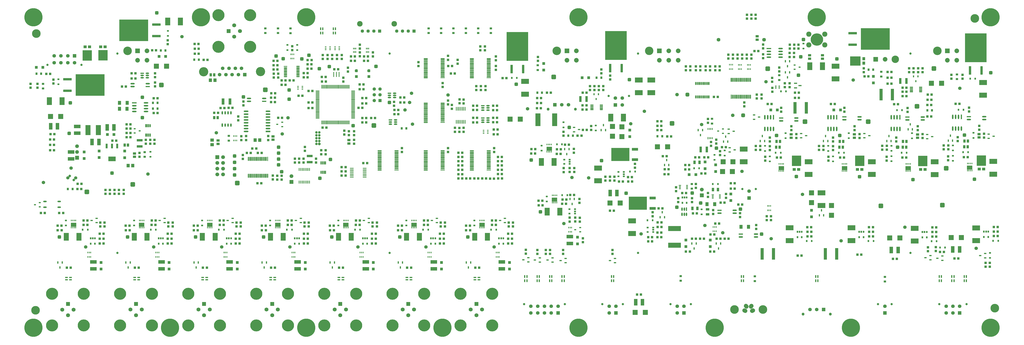
<source format=gbr>
G04 FAB 3000 Version 8.1.40 - Gerber/CAM Software*
G04 RS274-X Output*
%FSLAX35Y35*%
%MIA0B0*%
%MOIN*%
%SFA1.000000B1.000000*%

%IPPOS*%
%AMRECT_ROUNDED85*
4,1,38,0.000000,0.012500,
-0.010250,0.012500,
-0.011549,0.012363,
-0.012792,0.011960,
-0.013924,0.011306,
-0.014895,0.010432,
-0.015663,0.009375,
-0.016194,0.008181,
-0.016466,0.006903,
-0.016500,0.006250,
-0.016500,-0.006250,
-0.016363,-0.007549,
-0.015960,-0.008792,
-0.015306,-0.009924,
-0.014432,-0.010895,
-0.013375,-0.011663,
-0.012181,-0.012194,
-0.010903,-0.012466,
-0.010250,-0.012500,
0.010250,-0.012500,
0.011549,-0.012363,
0.012792,-0.011960,
0.013924,-0.011306,
0.014895,-0.010432,
0.015663,-0.009375,
0.016194,-0.008181,
0.016466,-0.006903,
0.016500,-0.006250,
0.016500,0.006250,
0.016363,0.007549,
0.015960,0.008792,
0.015306,0.009924,
0.014432,0.010895,
0.013375,0.011663,
0.012181,0.012194,
0.010903,0.012466,
0.010250,0.012500,
0.000000,0.012500,
0.000000,0.012500,0.0*
%
%AMRECT_ROUNDED89*
4,1,38,0.000000,0.008858,
-0.023130,0.008858,
-0.024051,0.008761,
-0.024931,0.008475,
-0.025733,0.008012,
-0.026421,0.007393,
-0.026966,0.006644,
-0.027342,0.005798,
-0.027535,0.004892,
-0.027559,0.004429,
-0.027559,-0.004429,
-0.027462,-0.005350,
-0.027176,-0.006231,
-0.026713,-0.007033,
-0.026094,-0.007721,
-0.025344,-0.008265,
-0.024499,-0.008641,
-0.023593,-0.008834,
-0.023130,-0.008858,
0.023130,-0.008858,
0.024051,-0.008761,
0.024931,-0.008475,
0.025733,-0.008012,
0.026421,-0.007393,
0.026966,-0.006644,
0.027342,-0.005798,
0.027535,-0.004892,
0.027559,-0.004429,
0.027559,0.004429,
0.027462,0.005350,
0.027176,0.006231,
0.026713,0.007033,
0.026094,0.007721,
0.025344,0.008265,
0.024499,0.008641,
0.023593,0.008834,
0.023130,0.008858,
0.000000,0.008858,
0.000000,0.008858,0.0*
%
%AMRECT_ROUNDED96*
4,1,38,0.000000,0.018701,
-0.003937,0.018701,
-0.004756,0.018615,
-0.005538,0.018360,
-0.006251,0.017949,
-0.006863,0.017398,
-0.007347,0.016732,
-0.007681,0.015980,
-0.007852,0.015175,
-0.007874,0.014764,
-0.007874,-0.014764,
-0.007788,-0.015582,
-0.007534,-0.016365,
-0.007122,-0.017078,
-0.006571,-0.017690,
-0.005906,-0.018173,
-0.005154,-0.018508,
-0.004349,-0.018679,
-0.003937,-0.018701,
0.003937,-0.018701,
0.004756,-0.018615,
0.005538,-0.018360,
0.006251,-0.017949,
0.006863,-0.017398,
0.007347,-0.016732,
0.007681,-0.015980,
0.007852,-0.015175,
0.007874,-0.014764,
0.007874,0.014764,
0.007788,0.015582,
0.007534,0.016365,
0.007122,0.017078,
0.006571,0.017690,
0.005906,0.018173,
0.005154,0.018508,
0.004349,0.018679,
0.003937,0.018701,
0.000000,0.018701,
0.000000,0.018701,0.0*
%
%AMRECT_ROUNDED102*
4,1,38,0.000000,0.011811,
-0.003346,0.011811,
-0.004042,0.011738,
-0.004708,0.011522,
-0.005313,0.011172,
-0.005833,0.010704,
-0.006245,0.010138,
-0.006529,0.009499,
-0.006675,0.008814,
-0.006693,0.008465,
-0.006693,-0.008465,
-0.006620,-0.009160,
-0.006404,-0.009826,
-0.006054,-0.010432,
-0.005586,-0.010951,
-0.005020,-0.011363,
-0.004381,-0.011647,
-0.003696,-0.011793,
-0.003346,-0.011811,
0.003346,-0.011811,
0.004042,-0.011738,
0.004708,-0.011522,
0.005313,-0.011172,
0.005833,-0.010704,
0.006245,-0.010138,
0.006529,-0.009499,
0.006675,-0.008814,
0.006693,-0.008465,
0.006693,0.008465,
0.006620,0.009160,
0.006404,0.009826,
0.006054,0.010432,
0.005586,0.010951,
0.005020,0.011363,
0.004381,0.011647,
0.003696,0.011793,
0.003346,0.011811,
0.000000,0.011811,
0.000000,0.011811,0.0*
%
%AMRECT_ROUNDED107*
4,1,38,0.000000,0.012795,
-0.003937,0.012795,
-0.004756,0.012709,
-0.005538,0.012455,
-0.006251,0.012043,
-0.006863,0.011493,
-0.007347,0.010827,
-0.007681,0.010075,
-0.007852,0.009270,
-0.007874,0.008858,
-0.007874,-0.008858,
-0.007788,-0.009677,
-0.007534,-0.010460,
-0.007122,-0.011172,
-0.006571,-0.011784,
-0.005906,-0.012268,
-0.005154,-0.012603,
-0.004349,-0.012774,
-0.003937,-0.012795,
0.003937,-0.012795,
0.004756,-0.012709,
0.005538,-0.012455,
0.006251,-0.012043,
0.006863,-0.011493,
0.007347,-0.010827,
0.007681,-0.010075,
0.007852,-0.009270,
0.007874,-0.008858,
0.007874,0.008858,
0.007788,0.009677,
0.007534,0.010460,
0.007122,0.011172,
0.006571,0.011784,
0.005906,0.012268,
0.005154,0.012603,
0.004349,0.012774,
0.003937,0.012795,
0.000000,0.012795,
0.000000,0.012795,0.0*
%
%AMRECT_ROUNDED109*
4,1,38,0.000000,0.017717,
-0.006398,0.017717,
-0.007728,0.017577,
-0.009000,0.017163,
-0.010158,0.016495,
-0.011152,0.015600,
-0.011938,0.014518,
-0.012482,0.013296,
-0.012760,0.011988,
-0.012795,0.011319,
-0.012795,-0.011319,
-0.012655,-0.012649,
-0.012242,-0.013921,
-0.011573,-0.015079,
-0.010678,-0.016073,
-0.009596,-0.016859,
-0.008375,-0.017403,
-0.007066,-0.017681,
-0.006398,-0.017717,
0.006398,-0.017717,
0.007728,-0.017577,
0.009000,-0.017163,
0.010158,-0.016495,
0.011152,-0.015600,
0.011938,-0.014518,
0.012482,-0.013296,
0.012760,-0.011988,
0.012795,-0.011319,
0.012795,0.011319,
0.012655,0.012649,
0.012242,0.013921,
0.011573,0.015079,
0.010678,0.016073,
0.009596,0.016859,
0.008375,0.017403,
0.007066,0.017681,
0.006398,0.017717,
0.000000,0.017717,
0.000000,0.017717,0.0*
%
%AMRECT_ROUNDED121*
4,1,38,0.000000,0.028543,
-0.005906,0.028543,
-0.007133,0.028414,
-0.008308,0.028033,
-0.009377,0.027415,
-0.010294,0.026589,
-0.011020,0.025591,
-0.011522,0.024463,
-0.011779,0.023255,
-0.011811,0.022638,
-0.011811,-0.022638,
-0.011682,-0.023866,
-0.011300,-0.025040,
-0.010683,-0.026109,
-0.009857,-0.027026,
-0.008858,-0.027752,
-0.007730,-0.028254,
-0.006523,-0.028511,
-0.005906,-0.028543,
0.005906,-0.028543,
0.007133,-0.028414,
0.008307,-0.028033,
0.009377,-0.027415,
0.010294,-0.026589,
0.011020,-0.025591,
0.011522,-0.024463,
0.011779,-0.023255,
0.011811,-0.022638,
0.011811,0.022638,
0.011682,0.023866,
0.011300,0.025040,
0.010683,0.026109,
0.009857,0.027026,
0.008858,0.027752,
0.007730,0.028254,
0.006523,0.028511,
0.005906,0.028543,
0.000000,0.028543,
0.000000,0.028543,0.0*
%
%AMRECT_ROUNDED141*
4,1,38,0.000000,0.020669,
-0.064469,0.020669,
-0.066617,0.020443,
-0.068672,0.019776,
-0.070543,0.018696,
-0.072149,0.017250,
-0.073419,0.015502,
-0.074297,0.013528,
-0.074747,0.011415,
-0.074803,0.010335,
-0.074803,-0.010335,
-0.074577,-0.012483,
-0.073910,-0.014538,
-0.072829,-0.016409,
-0.071384,-0.018015,
-0.069636,-0.019285,
-0.067662,-0.020163,
-0.065549,-0.020613,
-0.064469,-0.020669,
0.064469,-0.020669,
0.066617,-0.020443,
0.068672,-0.019776,
0.070543,-0.018696,
0.072149,-0.017250,
0.073419,-0.015502,
0.074297,-0.013528,
0.074747,-0.011415,
0.074803,-0.010335,
0.074803,0.010335,
0.074577,0.012483,
0.073910,0.014538,
0.072829,0.016409,
0.071384,0.018015,
0.069636,0.019285,
0.067662,0.020163,
0.065549,0.020613,
0.064469,0.020669,
0.000000,0.020669,
0.000000,0.020669,0.0*
%
%AMRECT_ROUNDED147*
4,1,38,0.000000,0.025000,
-0.012500,0.025000,
-0.015099,0.024727,
-0.017584,0.023919,
-0.019847,0.022613,
-0.021789,0.020864,
-0.023325,0.018750,
-0.024388,0.016363,
-0.024932,0.013807,
-0.025000,0.012500,
-0.025000,-0.012500,
-0.024727,-0.015099,
-0.023919,-0.017584,
-0.022613,-0.019847,
-0.020864,-0.021789,
-0.018750,-0.023325,
-0.016363,-0.024388,
-0.013807,-0.024932,
-0.012500,-0.025000,
0.012500,-0.025000,
0.015099,-0.024727,
0.017584,-0.023919,
0.019847,-0.022613,
0.021789,-0.020864,
0.023325,-0.018750,
0.024388,-0.016363,
0.024932,-0.013807,
0.025000,-0.012500,
0.025000,0.012500,
0.024727,0.015099,
0.023919,0.017584,
0.022613,0.019847,
0.020864,0.021789,
0.018750,0.023325,
0.016363,0.024388,
0.013807,0.024932,
0.012500,0.025000,
0.000000,0.025000,
0.000000,0.025000,0.0*
%
%AMRECT_ROUNDED152*
4,1,38,0.000000,0.012795,
-0.011319,0.012795,
-0.012649,0.012655,
-0.013921,0.012242,
-0.015079,0.011573,
-0.016073,0.010678,
-0.016859,0.009596,
-0.017403,0.008375,
-0.017681,0.007066,
-0.017717,0.006398,
-0.017717,-0.006398,
-0.017577,-0.007728,
-0.017163,-0.009000,
-0.016495,-0.010158,
-0.015600,-0.011152,
-0.014518,-0.011938,
-0.013296,-0.012482,
-0.011988,-0.012760,
-0.011319,-0.012795,
0.011319,-0.012795,
0.012649,-0.012655,
0.013921,-0.012242,
0.015079,-0.011573,
0.016073,-0.010678,
0.016859,-0.009596,
0.017403,-0.008375,
0.017681,-0.007066,
0.017717,-0.006398,
0.017717,0.006398,
0.017577,0.007728,
0.017163,0.009000,
0.016495,0.010158,
0.015600,0.011152,
0.014518,0.011938,
0.013296,0.012482,
0.011988,0.012760,
0.011319,0.012795,
0.000000,0.012795,
0.000000,0.012795,0.0*
%
%AMRECT_ROUNDED157*
4,1,38,0.000000,0.016500,
-0.006250,0.016500,
-0.007549,0.016363,
-0.008792,0.015960,
-0.009924,0.015306,
-0.010895,0.014432,
-0.011663,0.013375,
-0.012194,0.012181,
-0.012466,0.010903,
-0.012500,0.010250,
-0.012500,-0.010250,
-0.012363,-0.011549,
-0.011960,-0.012792,
-0.011306,-0.013924,
-0.010432,-0.014895,
-0.009375,-0.015663,
-0.008181,-0.016194,
-0.006903,-0.016466,
-0.006250,-0.016500,
0.006250,-0.016500,
0.007549,-0.016363,
0.008792,-0.015960,
0.009924,-0.015306,
0.010895,-0.014432,
0.011663,-0.013375,
0.012194,-0.012181,
0.012466,-0.010903,
0.012500,-0.010250,
0.012500,0.010250,
0.012363,0.011549,
0.011960,0.012792,
0.011306,0.013924,
0.010432,0.014895,
0.009375,0.015663,
0.008181,0.016194,
0.006903,0.016466,
0.006250,0.016500,
0.000000,0.016500,
0.000000,0.016500,0.0*
%
%AMRECT_ROUNDED160*
4,1,38,0.000000,0.074803,
-0.010335,0.074803,
-0.012483,0.074577,
-0.014538,0.073910,
-0.016409,0.072829,
-0.018015,0.071384,
-0.019285,0.069636,
-0.020163,0.067662,
-0.020613,0.065549,
-0.020669,0.064469,
-0.020669,-0.064469,
-0.020443,-0.066617,
-0.019776,-0.068672,
-0.018696,-0.070543,
-0.017250,-0.072149,
-0.015502,-0.073419,
-0.013528,-0.074297,
-0.011415,-0.074747,
-0.010335,-0.074803,
0.010335,-0.074803,
0.012483,-0.074577,
0.014538,-0.073910,
0.016409,-0.072829,
0.018015,-0.071384,
0.019285,-0.069636,
0.020163,-0.067662,
0.020613,-0.065549,
0.020669,-0.064469,
0.020669,0.064469,
0.020443,0.066617,
0.019776,0.068672,
0.018696,0.070543,
0.017250,0.072149,
0.015502,0.073419,
0.013528,0.074297,
0.011415,0.074747,
0.010335,0.074803,
0.000000,0.074803,
0.000000,0.074803,0.0*
%
%AMRECT_ROUNDED166*
4,1,38,0.000000,0.006693,
-0.008465,0.006693,
-0.009160,0.006620,
-0.009826,0.006404,
-0.010432,0.006054,
-0.010951,0.005586,
-0.011363,0.005020,
-0.011647,0.004381,
-0.011793,0.003696,
-0.011811,0.003346,
-0.011811,-0.003346,
-0.011738,-0.004042,
-0.011522,-0.004708,
-0.011172,-0.005313,
-0.010704,-0.005833,
-0.010138,-0.006245,
-0.009499,-0.006529,
-0.008814,-0.006675,
-0.008465,-0.006693,
0.008465,-0.006693,
0.009160,-0.006620,
0.009826,-0.006404,
0.010432,-0.006054,
0.010951,-0.005586,
0.011363,-0.005020,
0.011647,-0.004381,
0.011793,-0.003696,
0.011811,-0.003346,
0.011811,0.003346,
0.011738,0.004042,
0.011522,0.004708,
0.011172,0.005313,
0.010704,0.005833,
0.010138,0.006245,
0.009499,0.006529,
0.008814,0.006675,
0.008465,0.006693,
0.000000,0.006693,
0.000000,0.006693,0.0*
%
%AMRECT_ROUNDED179*
4,1,38,0.000000,0.007874,
-0.008858,0.007874,
-0.009677,0.007788,
-0.010460,0.007534,
-0.011172,0.007122,
-0.011784,0.006571,
-0.012268,0.005906,
-0.012603,0.005154,
-0.012774,0.004349,
-0.012795,0.003937,
-0.012795,-0.003937,
-0.012709,-0.004756,
-0.012455,-0.005538,
-0.012043,-0.006251,
-0.011493,-0.006863,
-0.010827,-0.007347,
-0.010075,-0.007681,
-0.009270,-0.007852,
-0.008858,-0.007874,
0.008858,-0.007874,
0.009677,-0.007788,
0.010460,-0.007534,
0.011172,-0.007122,
0.011784,-0.006571,
0.012268,-0.005906,
0.012603,-0.005154,
0.012774,-0.004349,
0.012795,-0.003937,
0.012795,0.003937,
0.012709,0.004756,
0.012455,0.005538,
0.012043,0.006251,
0.011493,0.006863,
0.010827,0.007347,
0.010075,0.007681,
0.009270,0.007852,
0.008858,0.007874,
0.000000,0.007874,
0.000000,0.007874,0.0*
%
%AMRECT_ROUNDED185*
4,1,38,0.000000,0.027559,
-0.004429,0.027559,
-0.005350,0.027462,
-0.006231,0.027176,
-0.007033,0.026713,
-0.007721,0.026094,
-0.008265,0.025344,
-0.008641,0.024499,
-0.008834,0.023593,
-0.008858,0.023130,
-0.008858,-0.023130,
-0.008761,-0.024051,
-0.008475,-0.024931,
-0.008012,-0.025733,
-0.007393,-0.026421,
-0.006644,-0.026966,
-0.005798,-0.027342,
-0.004892,-0.027535,
-0.004429,-0.027559,
0.004429,-0.027559,
0.005350,-0.027462,
0.006231,-0.027176,
0.007033,-0.026713,
0.007721,-0.026094,
0.008265,-0.025344,
0.008641,-0.024499,
0.008834,-0.023593,
0.008858,-0.023130,
0.008858,0.023130,
0.008761,0.024051,
0.008475,0.024931,
0.008012,0.025733,
0.007393,0.026421,
0.006644,0.026966,
0.005798,0.027342,
0.004892,0.027535,
0.004429,0.027559,
0.000000,0.027559,
0.000000,0.027559,0.0*
%
%AMRECT_ROUNDED188*
4,1,38,0.000000,0.012811,
-0.003346,0.012811,
-0.004250,0.012716,
-0.005114,0.012435,
-0.005901,0.011981,
-0.006577,0.011373,
-0.007111,0.010638,
-0.007480,0.009808,
-0.007669,0.008919,
-0.007693,0.008465,
-0.007693,-0.008465,
-0.007598,-0.009368,
-0.007317,-0.010232,
-0.006863,-0.011019,
-0.006255,-0.011695,
-0.005520,-0.012229,
-0.004690,-0.012598,
-0.003801,-0.012787,
-0.003346,-0.012811,
0.003346,-0.012811,
0.004250,-0.012716,
0.005114,-0.012435,
0.005901,-0.011981,
0.006577,-0.011373,
0.007111,-0.010638,
0.007480,-0.009808,
0.007669,-0.008919,
0.007693,-0.008465,
0.007693,0.008465,
0.007598,0.009368,
0.007317,0.010232,
0.006863,0.011019,
0.006255,0.011695,
0.005520,0.012229,
0.004690,0.012598,
0.003801,0.012787,
0.003346,0.012811,
0.000000,0.012811,
0.000000,0.012811,0.0*
%
%AMRECT_ROUNDED191*
4,1,38,0.000000,0.007693,
-0.008465,0.007693,
-0.009368,0.007598,
-0.010232,0.007317,
-0.011019,0.006863,
-0.011695,0.006255,
-0.012229,0.005520,
-0.012598,0.004690,
-0.012787,0.003801,
-0.012811,0.003346,
-0.012811,-0.003346,
-0.012716,-0.004250,
-0.012435,-0.005114,
-0.011981,-0.005901,
-0.011373,-0.006577,
-0.010638,-0.007111,
-0.009808,-0.007480,
-0.008919,-0.007669,
-0.008465,-0.007693,
0.008465,-0.007693,
0.009368,-0.007598,
0.010232,-0.007317,
0.011019,-0.006863,
0.011695,-0.006255,
0.012229,-0.005520,
0.012598,-0.004690,
0.012787,-0.003801,
0.012811,-0.003346,
0.012811,0.003346,
0.012716,0.004250,
0.012435,0.005114,
0.011981,0.005901,
0.011373,0.006577,
0.010638,0.007111,
0.009808,0.007480,
0.008919,0.007669,
0.008465,0.007693,
0.000000,0.007693,
0.000000,0.007693,0.0*
%
%AMRECT_ROUNDED199*
4,1,38,0.000000,0.030500,
-0.013250,0.030500,
-0.016836,0.030123,
-0.020266,0.029009,
-0.023389,0.027206,
-0.026069,0.024793,
-0.028189,0.021875,
-0.029656,0.018581,
-0.030406,0.015053,
-0.030500,0.013250,
-0.030500,-0.013250,
-0.030123,-0.016836,
-0.029009,-0.020266,
-0.027206,-0.023389,
-0.024793,-0.026069,
-0.021875,-0.028189,
-0.018581,-0.029656,
-0.015053,-0.030406,
-0.013250,-0.030500,
0.013250,-0.030500,
0.016836,-0.030123,
0.020266,-0.029009,
0.023389,-0.027206,
0.026069,-0.024793,
0.028189,-0.021875,
0.029656,-0.018581,
0.030405,-0.015053,
0.030500,-0.013250,
0.030500,0.013250,
0.030123,0.016836,
0.029009,0.020266,
0.027206,0.023389,
0.024793,0.026069,
0.021875,0.028189,
0.018581,0.029656,
0.015053,0.030406,
0.013250,0.030500,
0.000000,0.030500,
0.000000,0.030500,0.0*
%
%AMRECT_ROUNDED201*
4,1,38,0.000000,0.040500,
-0.020250,0.040500,
-0.024460,0.040057,
-0.028486,0.038749,
-0.032153,0.036633,
-0.035299,0.033800,
-0.037787,0.030375,
-0.039509,0.026508,
-0.040389,0.022367,
-0.040500,0.020250,
-0.040500,-0.020250,
-0.040057,-0.024460,
-0.038749,-0.028486,
-0.036633,-0.032153,
-0.033800,-0.035299,
-0.030375,-0.037787,
-0.026508,-0.039509,
-0.022367,-0.040389,
-0.020250,-0.040500,
0.020250,-0.040500,
0.024460,-0.040057,
0.028486,-0.038749,
0.032153,-0.036633,
0.035299,-0.033800,
0.037787,-0.030375,
0.039509,-0.026508,
0.040389,-0.022367,
0.040500,-0.020250,
0.040500,0.020250,
0.040057,0.024460,
0.038749,0.028486,
0.036633,0.032153,
0.033800,0.035299,
0.030375,0.037787,
0.026508,0.039509,
0.022367,0.040389,
0.020250,0.040500,
0.000000,0.040500,
0.000000,0.040500,0.0*
%
%AMRECT_ROUNDED202*
4,1,38,0.000000,0.032500,
-0.014250,0.032500,
-0.018044,0.032101,
-0.021673,0.030922,
-0.024977,0.029015,
-0.027812,0.026462,
-0.030055,0.023375,
-0.031607,0.019890,
-0.032400,0.016158,
-0.032500,0.014250,
-0.032500,-0.014250,
-0.032101,-0.018044,
-0.030922,-0.021673,
-0.029015,-0.024977,
-0.026462,-0.027812,
-0.023375,-0.030055,
-0.019890,-0.031607,
-0.016158,-0.032400,
-0.014250,-0.032500,
0.014250,-0.032500,
0.018044,-0.032101,
0.021673,-0.030922,
0.024977,-0.029015,
0.027812,-0.026462,
0.030055,-0.023375,
0.031607,-0.019890,
0.032400,-0.016158,
0.032500,-0.014250,
0.032500,0.014250,
0.032101,0.018044,
0.030922,0.021673,
0.029015,0.024977,
0.026462,0.027812,
0.023375,0.030055,
0.019890,0.031607,
0.016158,0.032400,
0.014250,0.032500,
0.000000,0.032500,
0.000000,0.032500,0.0*
%
%AMoval87x72.189_55*
4,1,41,0.025300,0.026700,
0.033800,0.014600,
0.036808,0.009402,
0.038912,0.003778,
0.040053,-0.002118,
0.040200,-0.008121,
0.039349,-0.014066,
0.037523,-0.019787,
0.034773,-0.025125,
0.031176,-0.029934,
0.026830,-0.034078,
0.021857,-0.037444,
0.016394,-0.039938,
0.010593,-0.041491,
0.004615,-0.042060,
-0.001375,-0.041629,
-0.007210,-0.040210,
-0.012729,-0.037842,
-0.017778,-0.034591,
-0.022218,-0.030548,
-0.025300,-0.026700,
-0.033800,-0.014600,
-0.036808,-0.009402,
-0.038912,-0.003778,
-0.040053,0.002118,
-0.040200,0.008121,
-0.039349,0.014066,
-0.037523,0.019787,
-0.034773,0.025125,
-0.031176,0.029934,
-0.026830,0.034078,
-0.021857,0.037444,
-0.016394,0.039938,
-0.010593,0.041491,
-0.004615,0.042060,
0.001375,0.041629,
0.007210,0.040210,
0.012729,0.037842,
0.017778,0.034591,
0.022218,0.030548,
0.025300,0.026700,
0.025300,0.026700,0.0*
%
%AMoval89x72.189_25*
4,1,41,0.007600,0.036200,
0.022800,0.029100,
0.028005,0.026121,
0.032643,0.022319,
0.036585,0.017799,
0.039721,0.012687,
0.041964,0.007124,
0.043252,0.001267,
0.043548,-0.004723,
0.042845,-0.010679,
0.041163,-0.016436,
0.038547,-0.021833,
0.035070,-0.026720,
0.030830,-0.030961,
0.025944,-0.034440,
0.020549,-0.037057,
0.014793,-0.038743,
0.008837,-0.039448,
0.002847,-0.039154,
-0.003011,-0.037869,
-0.007600,-0.036200,
-0.022800,-0.029100,
-0.028005,-0.026121,
-0.032643,-0.022319,
-0.036585,-0.017799,
-0.039721,-0.012687,
-0.041964,-0.007124,
-0.043252,-0.001267,
-0.043548,0.004723,
-0.042846,0.010679,
-0.041163,0.016435,
-0.038547,0.021833,
-0.035070,0.026720,
-0.030830,0.030961,
-0.025944,0.034440,
-0.020549,0.037057,
-0.014793,0.038743,
-0.008837,0.039448,
-0.002847,0.039154,
0.003011,0.037869,
0.007600,0.036200,
0.007600,0.036200,0.0*
%
%AMoval89x72.189_335*
4,1,41,-0.022800,0.029100,
-0.007600,0.036200,
-0.001963,0.038269,
0.003940,0.039374,
0.009944,0.039483,
0.015883,0.038596,
0.021592,0.036735,
0.026913,0.033952,
0.031699,0.030324,
0.035816,0.025953,
0.039151,0.020959,
0.041611,0.015481,
0.043128,0.009671,
0.043659,0.003690,
0.043191,-0.002297,
0.041735,-0.008122,
0.039333,-0.013626,
0.036051,-0.018655,
0.031980,-0.023069,
0.027233,-0.026747,
0.022800,-0.029100,
0.007600,-0.036200,
0.001963,-0.038269,
-0.003940,-0.039374,
-0.009944,-0.039483,
-0.015883,-0.038596,
-0.021592,-0.036735,
-0.026913,-0.033952,
-0.031699,-0.030324,
-0.035816,-0.025953,
-0.039151,-0.020959,
-0.041611,-0.015481,
-0.043128,-0.009671,
-0.043659,-0.003690,
-0.043191,0.002296,
-0.041735,0.008122,
-0.039333,0.013626,
-0.036051,0.018655,
-0.031980,0.023069,
-0.027233,0.026747,
-0.022800,0.029100,
-0.022800,0.029100,0.0*
%
%AMoval87x72.189_305*
4,1,41,-0.033800,0.014600,
-0.025300,0.026700,
-0.021454,0.031309,
-0.016897,0.035217,
-0.011754,0.038314,
-0.006169,0.040514,
-0.000296,0.041756,
0.005702,0.042007,
0.011658,0.041257,
0.017407,0.039530,
0.022791,0.036872,
0.027657,0.033358,
0.031874,0.029085,
0.035322,0.024170,
0.037906,0.018752,
0.039556,0.012980,
0.040224,0.007014,
0.039892,0.001020,
0.038570,-0.004835,
0.036295,-0.010391,
0.033800,-0.014600,
0.025300,-0.026700,
0.021454,-0.031309,
0.016897,-0.035217,
0.011754,-0.038314,
0.006169,-0.040514,
0.000296,-0.041756,
-0.005702,-0.042007,
-0.011658,-0.041257,
-0.017407,-0.039530,
-0.022791,-0.036872,
-0.027657,-0.033358,
-0.031873,-0.029085,
-0.035322,-0.024170,
-0.037906,-0.018752,
-0.039556,-0.012980,
-0.040224,-0.007014,
-0.039892,-0.001020,
-0.038570,0.004835,
-0.036295,0.010391,
-0.033800,0.014600,
-0.033800,0.014600,0.0*
%
%AMOCTAGON212*
4,1,9,-0.011000,0.022000,
-0.022000,0.011000,
-0.022000,-0.011000,
-0.011000,-0.022000,
0.011000,-0.022000,
0.022000,-0.011000,
0.022000,0.011000,
0.011000,0.022000,
-0.011000,0.022000,
-0.011000,0.022000,0.0*
%
%AMRECT_ROUNDED256*
4,1,38,0.000000,0.026500,
-0.013250,0.026500,
-0.016005,0.026210,
-0.018639,0.025354,
-0.021038,0.023969,
-0.023097,0.022116,
-0.024725,0.019875,
-0.025851,0.017344,
-0.026427,0.014635,
-0.026500,0.013250,
-0.026500,-0.013250,
-0.026210,-0.016005,
-0.025354,-0.018639,
-0.023969,-0.021038,
-0.022116,-0.023097,
-0.019875,-0.024725,
-0.017344,-0.025851,
-0.014635,-0.026427,
-0.013250,-0.026500,
0.013250,-0.026500,
0.016005,-0.026210,
0.018639,-0.025354,
0.021038,-0.023969,
0.023097,-0.022116,
0.024725,-0.019875,
0.025851,-0.017344,
0.026427,-0.014635,
0.026500,-0.013250,
0.026500,0.013250,
0.026210,0.016005,
0.025354,0.018639,
0.023969,0.021038,
0.022116,0.023097,
0.019875,0.024725,
0.017344,0.025852,
0.014635,0.026427,
0.013250,0.026500,
0.000000,0.026500,
0.000000,0.026500,0.0*
%
%AMRECT_ROUNDED257*
4,1,38,0.000000,0.028500,
-0.014250,0.028500,
-0.017213,0.028189,
-0.020046,0.027268,
-0.022626,0.025778,
-0.024840,0.023785,
-0.026591,0.021375,
-0.027803,0.018653,
-0.028422,0.015740,
-0.028500,0.014250,
-0.028500,-0.014250,
-0.028189,-0.017213,
-0.027268,-0.020046,
-0.025778,-0.022626,
-0.023785,-0.024840,
-0.021375,-0.026591,
-0.018653,-0.027803,
-0.015740,-0.028422,
-0.014250,-0.028500,
0.014250,-0.028500,
0.017213,-0.028189,
0.020046,-0.027268,
0.022626,-0.025778,
0.024840,-0.023785,
0.026591,-0.021375,
0.027803,-0.018654,
0.028422,-0.015740,
0.028500,-0.014250,
0.028500,0.014250,
0.028189,0.017213,
0.027268,0.020046,
0.025778,0.022626,
0.023785,0.024840,
0.021375,0.026591,
0.018653,0.027803,
0.015740,0.028422,
0.014250,0.028500,
0.000000,0.028500,
0.000000,0.028500,0.0*
%
%AMoval83x68.189_55*
4,1,41,0.023600,0.025600,
0.032100,0.013400,
0.035005,0.008346,
0.037004,0.002870,
0.038037,-0.002867,
0.038074,-0.008696,
0.037115,-0.014446,
0.035187,-0.019947,
0.032348,-0.025038,
0.028680,-0.029569,
0.024291,-0.033406,
0.019311,-0.036437,
0.013887,-0.038572,
0.008178,-0.039748,
0.002351,-0.039931,
-0.003420,-0.039116,
-0.008969,-0.037326,
-0.014129,-0.034615,
-0.018750,-0.031061,
-0.022695,-0.026770,
-0.023600,-0.025600,
-0.032100,-0.013400,
-0.035005,-0.008346,
-0.037004,-0.002870,
-0.038037,0.002867,
-0.038074,0.008696,
-0.037115,0.014446,
-0.035187,0.019948,
-0.032348,0.025038,
-0.028680,0.029569,
-0.024291,0.033406,
-0.019311,0.036437,
-0.013887,0.038572,
-0.008178,0.039748,
-0.002351,0.039931,
0.003420,0.039116,
0.008969,0.037326,
0.014129,0.034615,
0.018750,0.031061,
0.022695,0.026770,
0.023600,0.025600,
0.023600,0.025600,0.0*
%
%AMoval85x68.189_25*
4,1,41,0.006700,0.034400,
0.022000,0.027300,
0.027051,0.024386,
0.031530,0.020653,
0.035305,0.016209,
0.038265,0.011185,
0.040323,0.005730,
0.041419,0.000002,
0.041520,-0.005827,
0.040624,-0.011589,
0.038756,-0.017113,
0.035972,-0.022236,
0.032353,-0.026808,
0.028006,-0.030695,
0.023059,-0.033782,
0.017658,-0.035978,
0.011961,-0.037219,
0.006135,-0.037468,
0.000352,-0.036719,
-0.005217,-0.034992,
-0.006700,-0.034400,
-0.022000,-0.027300,
-0.027051,-0.024386,
-0.031530,-0.020653,
-0.035305,-0.016209,
-0.038265,-0.011185,
-0.040323,-0.005730,
-0.041419,-0.000002,
-0.041520,0.005827,
-0.040624,0.011589,
-0.038756,0.017113,
-0.035972,0.022236,
-0.032353,0.026808,
-0.028006,0.030695,
-0.023059,0.033782,
-0.017658,0.035978,
-0.011961,0.037219,
-0.006135,0.037468,
-0.000352,0.036719,
0.005217,0.034992,
0.006700,0.034400,
0.006700,0.034400,0.0*
%
%AMoval85x68.189_335*
4,1,41,-0.022000,0.027300,
-0.006700,0.034400,
-0.001214,0.036388,
0.004531,0.037410,
0.010366,0.037436,
0.016120,0.036465,
0.021623,0.034526,
0.026715,0.031676,
0.031245,0.027999,
0.035081,0.023602,
0.038110,0.018614,
0.040243,0.013183,
0.041417,0.007467,
0.041597,0.001635,
0.040780,-0.004143,
0.038987,-0.009696,
0.036273,-0.014861,
0.032717,-0.019487,
0.028423,-0.023439,
0.023518,-0.026598,
0.022000,-0.027300,
0.006700,-0.034400,
0.001214,-0.036388,
-0.004531,-0.037410,
-0.010366,-0.037436,
-0.016120,-0.036465,
-0.021623,-0.034526,
-0.026715,-0.031676,
-0.031245,-0.027999,
-0.035081,-0.023602,
-0.038110,-0.018614,
-0.040243,-0.013183,
-0.041417,-0.007467,
-0.041597,-0.001635,
-0.040780,0.004143,
-0.038987,0.009696,
-0.036273,0.014861,
-0.032717,0.019487,
-0.028423,0.023439,
-0.023518,0.026598,
-0.022000,0.027300,
-0.022000,0.027300,0.0*
%
%AMoval83x68.189_305*
4,1,41,-0.032100,0.013400,
-0.023600,0.025600,
-0.019843,0.030061,
-0.015379,0.033814,
-0.010340,0.036750,
-0.004873,0.038782,
0.000860,0.039850,
0.006692,0.039923,
0.012450,0.038999,
0.017967,0.037104,
0.023078,0.034295,
0.027634,0.030654,
0.031501,0.026289,
0.034566,0.021326,
0.036738,0.015914,
0.037953,0.010210,
0.038176,0.004382,
0.037400,-0.001398,
0.035648,-0.006961,
0.032972,-0.012143,
0.032100,-0.013400,
0.023600,-0.025600,
0.019843,-0.030061,
0.015379,-0.033815,
0.010340,-0.036750,
0.004873,-0.038782,
-0.000860,-0.039850,
-0.006692,-0.039923,
-0.012450,-0.038999,
-0.017967,-0.037104,
-0.023078,-0.034295,
-0.027634,-0.030654,
-0.031501,-0.026289,
-0.034566,-0.021326,
-0.036738,-0.015914,
-0.037953,-0.010209,
-0.038176,-0.004381,
-0.037400,0.001398,
-0.035648,0.006961,
-0.032972,0.012143,
-0.032100,0.013400,
-0.032100,0.013400,0.0*
%
%AMRECT_ROUNDED368*
4,1,38,0.000000,0.021654,
-0.005906,0.021654,
-0.007133,0.021524,
-0.008308,0.021143,
-0.009377,0.020526,
-0.010294,0.019700,
-0.011020,0.018701,
-0.011522,0.017573,
-0.011779,0.016365,
-0.011811,0.015748,
-0.011811,-0.015748,
-0.011682,-0.016976,
-0.011300,-0.018150,
-0.010683,-0.019219,
-0.009857,-0.020137,
-0.008858,-0.020862,
-0.007730,-0.021365,
-0.006523,-0.021621,
-0.005906,-0.021654,
0.005906,-0.021654,
0.007133,-0.021524,
0.008307,-0.021143,
0.009377,-0.020526,
0.010294,-0.019700,
0.011020,-0.018701,
0.011522,-0.017573,
0.011779,-0.016365,
0.011811,-0.015748,
0.011811,0.015748,
0.011682,0.016976,
0.011300,0.018150,
0.010683,0.019219,
0.009857,0.020137,
0.008858,0.020862,
0.007730,0.021365,
0.006523,0.021621,
0.005906,0.021654,
0.000000,0.021654,
0.000000,0.021654,0.0*
%
%AMRECT_ROUNDED374*
4,1,42,0.000000,0.052165,
-0.065453,0.052165,
-0.070535,0.051665,
-0.075423,0.050185,
-0.079929,0.047780,
-0.083879,0.044543,
-0.087123,0.040598,
-0.089536,0.036097,
-0.091026,0.031212,
-0.091535,0.026131,
-0.091535,0.026083,
-0.091535,-0.026083,
-0.091035,-0.031165,
-0.089555,-0.036053,
-0.087150,-0.040558,
-0.083913,-0.044509,
-0.079968,-0.047753,
-0.075467,-0.050166,
-0.070582,-0.051656,
-0.065501,-0.052165,
-0.065453,-0.052165,
0.065453,-0.052165,
0.070535,-0.051665,
0.075423,-0.050185,
0.079929,-0.047780,
0.083879,-0.044543,
0.087123,-0.040598,
0.089536,-0.036097,
0.091026,-0.031212,
0.091535,-0.026131,
0.091535,-0.026083,
0.091535,0.026083,
0.091035,0.031165,
0.089555,0.036053,
0.087150,0.040558,
0.083913,0.044509,
0.079968,0.047753,
0.075467,0.050166,
0.070582,0.051656,
0.065501,0.052165,
0.065453,0.052165,
0.000000,0.052165,
0.000000,0.052165,0.0*
%
%AMRECT_ROUNDED382*
4,1,38,0.000000,0.020500,
-0.013250,0.020500,
-0.014757,0.020342,
-0.016199,0.019873,
-0.017511,0.019115,
-0.018638,0.018101,
-0.019529,0.016875,
-0.020145,0.015490,
-0.020460,0.014008,
-0.020500,0.013250,
-0.020500,-0.013250,
-0.020342,-0.014757,
-0.019873,-0.016199,
-0.019115,-0.017511,
-0.018101,-0.018638,
-0.016875,-0.019529,
-0.015490,-0.020145,
-0.014008,-0.020460,
-0.013250,-0.020500,
0.013250,-0.020500,
0.014757,-0.020342,
0.016199,-0.019873,
0.017511,-0.019115,
0.018638,-0.018101,
0.019529,-0.016875,
0.020145,-0.015490,
0.020460,-0.014008,
0.020500,-0.013250,
0.020500,0.013250,
0.020342,0.014757,
0.019873,0.016199,
0.019115,0.017511,
0.018101,0.018638,
0.016875,0.019529,
0.015490,0.020145,
0.014008,0.020460,
0.013250,0.020500,
0.000000,0.020500,
0.000000,0.020500,0.0*
%
%AMRECT_ROUNDED383*
4,1,38,0.000000,0.022500,
-0.014250,0.022500,
-0.015965,0.022320,
-0.017606,0.021787,
-0.019099,0.020924,
-0.020381,0.019770,
-0.021395,0.018375,
-0.022096,0.016799,
-0.022455,0.015112,
-0.022500,0.014250,
-0.022500,-0.014250,
-0.022320,-0.015965,
-0.021787,-0.017606,
-0.020924,-0.019099,
-0.019770,-0.020381,
-0.018375,-0.021395,
-0.016799,-0.022096,
-0.015112,-0.022455,
-0.014250,-0.022500,
0.014250,-0.022500,
0.015965,-0.022320,
0.017606,-0.021787,
0.019099,-0.020924,
0.020381,-0.019770,
0.021395,-0.018375,
0.022096,-0.016799,
0.022455,-0.015112,
0.022500,-0.014250,
0.022500,0.014250,
0.022320,0.015965,
0.021787,0.017606,
0.020924,0.019099,
0.019770,0.020381,
0.018375,0.021395,
0.016799,0.022096,
0.015112,0.022455,
0.014250,0.022500,
0.000000,0.022500,
0.000000,0.022500,0.0*
%
%ADD10C,0.005000*%
%ADD11C,0.010000*%
%ADD12C,0.009843*%
%ADD13C,0.023622*%
%ADD14C,0.007874*%
%ADD15C,0.006000*%
%ADD16C,0.020000*%
%ADD17C,0.003937*%
%ADD18C,0.008000*%
%ADD19R,0.005513X0.028837*%
%ADD20C,0.021563*%
%ADD21R,0.010875X0.005512*%
%ADD22R,0.005512X0.010876*%
%ADD23C,0.006938*%
%ADD24R,0.007750X0.038450*%
%ADD25R,0.252498X0.106224*%
%ADD26R,0.007350X0.014500*%
%ADD27R,0.014500X0.007350*%
%ADD28R,0.436258X0.106224*%
%ADD29R,0.435009X0.106390*%
%ADD30C,0.009250*%
%ADD31R,0.005812X0.028838*%
%ADD32R,0.337381X0.106390*%
%ADD33R,0.438840X0.121717*%
%ADD34R,0.050980X0.017660*%
%ADD35R,0.007350X0.038450*%
%ADD36R,0.007350X0.027850*%
%ADD37R,0.007350X0.006800*%
%ADD38R,0.022950X0.003600*%
%ADD39R,0.560709X0.106390*%
%ADD40R,0.012246X0.064057*%
%ADD41C,0.047898*%
%ADD42R,0.012912X0.064057*%
%ADD43R,0.387694X0.105141*%
%ADD44R,0.458945X0.131298*%
%ADD45R,0.018074X0.089665*%
%ADD46C,0.028751*%
%ADD47R,0.056850X0.078650*%
%ADD48R,0.026564X0.013465*%
%ADD49C,0.016946*%
%ADD50R,0.013465X0.012458*%
%ADD51R,0.013465X0.051021*%
%ADD52C,0.052670*%
%ADD53R,0.030600X0.004800*%
%ADD54R,0.024157X0.007914*%
%ADD55R,0.007830X0.046398*%
%ADD56R,0.007830X0.008996*%
%ADD57R,0.007830X0.064058*%
%ADD58R,0.003910X0.018470*%
%ADD59C,0.005990*%
%ADD60C,0.012314*%
%ADD61C,0.012355*%
%ADD62R,0.003910X0.029037*%
%ADD63C,0.032906*%
%ADD64C,0.027414*%
%ADD65R,0.322387X0.104307*%
%ADD66R,0.008496X0.064057*%
%ADD67R,0.304145X0.106390*%
%ADD68R,0.007913X0.012911*%
%ADD69C,0.015411*%
%ADD70R,0.521224X0.106224*%
%ADD71R,0.099775X0.248575*%
%ADD72R,0.434259X0.106224*%
%ADD73R,0.027822X0.015327*%
%ADD74R,0.218800X0.099775*%
%ADD75R,0.011625X0.057675*%
%ADD76R,0.463248X0.104307*%
%ADD77R,0.452085X0.106224*%
%ADD78R,0.021075X0.056477*%
%ADD79C,0.021862*%
%ADD80R,0.028837X0.005513*%
%ADD81R,0.281737X0.105224*%
%ADD82R,0.057087X0.045276*%
%ADD83R,0.163386X0.183071*%
%ADD84R,0.033000X0.025000*%
%ADD85RECT_ROUNDED85*%
%ADD86R,0.137795X0.086614*%
%ADD87R,0.043307X0.037402*%
%ADD88R,0.037402X0.043307*%
%ADD89RECT_ROUNDED89*%
%ADD90O,0.055118X0.017717*%
%ADD91R,0.039370X0.011811*%
%ADD92O,0.039370X0.011811*%
%ADD93O,0.011811X0.066929*%
%ADD94O,0.066929X0.011811*%
%ADD95O,0.017717X0.055118*%
%ADD96RECT_ROUNDED96*%
%ADD97O,0.015748X0.037402*%
%ADD98O,0.059055X0.017717*%
%ADD99R,0.059055X0.017717*%
%ADD100R,0.183071X0.163386*%
%ADD101R,0.045276X0.057087*%
%ADD102RECT_ROUNDED102*%
%ADD103R,0.013386X0.023622*%
%ADD104O,0.013780X0.055118*%
%ADD105O,0.013780X0.066929*%
%ADD106R,0.015748X0.025591*%
%ADD107RECT_ROUNDED107*%
%ADD108R,0.025591X0.035433*%
%ADD109RECT_ROUNDED109*%
%ADD110R,0.023622X0.043307*%
%ADD111R,0.053150X0.023622*%
%ADD112R,0.033465X0.023622*%
%ADD113R,0.035433X0.082677*%
%ADD114R,0.125984X0.082677*%
%ADD115O,0.017717X0.072835*%
%ADD116R,0.017717X0.072835*%
%ADD117O,0.062992X0.023622*%
%ADD118R,0.074803X0.023622*%
%ADD119O,0.074803X0.023622*%
%ADD120O,0.023622X0.057087*%
%ADD121RECT_ROUNDED121*%
%ADD122O,0.082677X0.025591*%
%ADD123R,0.082677X0.025591*%
%ADD124O,0.059055X0.023622*%
%ADD125R,0.059055X0.023622*%
%ADD126R,0.089000X0.090551*%
%ADD127R,0.047244X0.110236*%
%ADD128R,0.053150X0.070866*%
%ADD129R,0.055118X0.061024*%
%ADD130R,0.055118X0.059055*%
%ADD131R,0.016535X0.027559*%
%ADD132R,0.016535X0.039370*%
%ADD133O,0.023622X0.078740*%
%ADD134R,0.023622X0.078740*%
%ADD135R,0.047244X0.023622*%
%ADD136R,0.039370X0.043307*%
%ADD137R,0.090551X0.177165*%
%ADD138R,0.106299X0.047244*%
%ADD139R,0.314961X0.228346*%
%ADD140R,0.149606X0.041339*%
%ADD141RECT_ROUNDED141*%
%ADD142R,0.500000X0.372047*%
%ADD143R,0.015748X0.086614*%
%ADD144R,0.043307X0.102362*%
%ADD145R,0.055118X0.043307*%
%ADD146R,0.050000X0.050000*%
%ADD147RECT_ROUNDED147*%
%ADD148R,0.220472X0.090551*%
%ADD149R,0.055118X0.204724*%
%ADD150R,0.043307X0.039370*%
%ADD151R,0.035433X0.025591*%
%ADD152RECT_ROUNDED152*%
%ADD153R,0.086614X0.137795*%
%ADD154R,0.090551X0.090551*%
%ADD155R,0.023622X0.047244*%
%ADD156R,0.025000X0.033000*%
%ADD157RECT_ROUNDED157*%
%ADD158R,0.059055X0.114173*%
%ADD159R,0.041339X0.149606*%
%ADD160RECT_ROUNDED160*%
%ADD161R,0.372047X0.500000*%
%ADD162R,0.047244X0.051181*%
%ADD163R,0.051181X0.047244*%
%ADD164R,0.114173X0.059055*%
%ADD165R,0.043307X0.023622*%
%ADD166RECT_ROUNDED166*%
%ADD167R,0.023622X0.013386*%
%ADD168R,0.090551X0.089000*%
%ADD169R,0.039370X0.062992*%
%ADD170R,0.062992X0.039370*%
%ADD171R,0.078740X0.023622*%
%ADD172O,0.078740X0.023622*%
%ADD173O,0.023622X0.059055*%
%ADD174R,0.023622X0.059055*%
%ADD175O,0.066929X0.013780*%
%ADD176R,0.072835X0.017717*%
%ADD177O,0.072835X0.017717*%
%ADD178R,0.043307X0.055118*%
%ADD179RECT_ROUNDED179*%
%ADD180R,0.025591X0.015748*%
%ADD181R,0.061024X0.055118*%
%ADD182R,0.059055X0.055118*%
%ADD183R,0.102362X0.043307*%
%ADD184R,0.023622X0.033465*%
%ADD185RECT_ROUNDED185*%
%ADD186R,0.090551X0.220472*%
%ADD187R,0.093307X0.066929*%
%ADD188RECT_ROUNDED188*%
%ADD189R,0.015386X0.025622*%
%ADD190C,0.150000*%
%ADD191RECT_ROUNDED191*%
%ADD192R,0.025622X0.015386*%
%ADD193C,0.062000*%
%ADD194R,0.062000X0.062000*%
%ADD195C,0.039370*%
%ADD196C,0.066000*%
%ADD197R,0.066000X0.066000*%
%ADD198C,0.064000*%
%ADD199RECT_ROUNDED199*%
%ADD200C,0.059055*%
%ADD201RECT_ROUNDED201*%
%ADD202RECT_ROUNDED202*%
%ADD203C,0.061000*%
%ADD204C,0.065000*%
%ADD205R,0.065000X0.065000*%
%ADD206C,0.314961*%
%ADD207oval87x72.189_55*%
%ADD208oval89x72.189_25*%
%ADD209oval89x72.189_335*%
%ADD210oval87x72.189_305*%
%ADD211C,0.044000*%
%ADD212OCTAGON212*%
%ADD213C,0.058000*%
%ADD214R,0.058000X0.058000*%
%ADD215C,0.160000*%
%ADD216C,0.055000*%
%ADD217C,0.045000*%
%ADD218C,0.215000*%
%ADD219C,0.090000*%
%ADD220R,0.057000X0.057000*%
%ADD221C,0.057000*%
%ADD222C,0.096000*%
%ADD223R,0.080000X0.080000*%
%ADD224C,0.080000*%
%ADD225C,0.148000*%
%ADD226C,0.128500*%
%ADD227C,0.146000*%
%ADD228C,0.208661*%
%ADD229C,0.069000*%
%ADD230R,0.069000X0.069000*%
%ADD231C,0.050000*%
%ADD232C,0.032000*%
%ADD233C,0.013000*%
%ADD234C,0.040000*%
%ADD235C,0.060000*%
%ADD236C,0.030000*%
%ADD237C,0.015000*%
%ADD238C,0.075000*%
%ADD239C,0.018000*%
%ADD240C,0.025000*%
%ADD241C,0.014000*%
%ADD242C,0.023000*%
%ADD243C,0.012000*%
%ADD244C,0.100000*%
%ADD245C,0.085000*%
%ADD246C,0.022000*%
%ADD247C,0.017000*%
%ADD248C,0.035000*%
%ADD249R,0.116000X0.133858*%
%ADD250R,0.113175X0.109154*%
%ADD251R,0.116000X0.124936*%
%ADD252R,0.077983X0.123952*%
%ADD253R,0.055000X0.080000*%
%ADD254R,0.140008X0.150898*%
%ADD255R,0.060000X0.060000*%
%ADD256RECT_ROUNDED256*%
%ADD257RECT_ROUNDED257*%
%ADD258C,0.053000*%
%ADD259oval83x68.189_55*%
%ADD260oval85x68.189_25*%
%ADD261oval85x68.189_335*%
%ADD262oval83x68.189_305*%
%ADD263C,0.195000*%
%ADD264C,0.128000*%
%ADD265C,0.027000*%
%ADD266R,0.072835X0.033465*%
%ADD267R,0.076772X0.033465*%
%ADD268R,0.143317X0.122047*%
%ADD269R,0.130652X0.143317*%
%ADD270R,0.122046X0.161909*%
%ADD271R,0.106299X0.149409*%
%ADD272R,0.106299X0.147638*%
%ADD273R,0.111220X0.075787*%
%ADD274R,0.130602X0.143317*%
%ADD275R,0.142332X0.122047*%
%ADD276R,0.075521X0.033465*%
%ADD277R,0.022186X0.024154*%
%ADD278R,0.032025X0.059587*%
%ADD279R,0.015003X0.018998*%
%ADD280R,0.047775X0.047776*%
%ADD281R,0.071394X0.045806*%
%ADD282C,0.166802*%
%ADD283C,0.167808*%
%ADD284R,0.047498X0.047497*%
%ADD285C,0.100863*%
%ADD286R,0.024153X0.022185*%
%ADD287C,0.047921*%
%ADD288R,0.015294X0.020217*%
%ADD289R,0.052559X0.075276*%
%ADD290R,0.031044X0.025138*%
%ADD291R,0.068894X0.043305*%
%ADD292R,0.083901X0.058307*%
%ADD293C,0.149219*%
%ADD294R,0.043308X0.068898*%
%ADD295R,0.042501X0.042500*%
%ADD296C,0.082707*%
%ADD297R,0.084190X0.094035*%
%ADD298C,0.060676*%
%ADD299R,0.038501X0.038498*%
%ADD300R,0.112733X0.047777*%
%ADD301R,0.082000X0.082000*%
%ADD302R,0.030057X0.104863*%
%ADD303C,0.160775*%
%ADD304R,0.024153X0.014310*%
%ADD305R,0.024154X0.030057*%
%ADD306R,0.030060X0.024154*%
%ADD307R,0.024153X0.021202*%
%ADD308R,0.029076X0.014311*%
%ADD309R,0.028092X0.026120*%
%ADD310R,0.014310X0.024150*%
%ADD311R,0.019000X0.015001*%
%ADD312R,0.019233X0.014309*%
%ADD313R,0.045808X0.071399*%
%ADD314C,0.059507*%
%ADD315C,0.170822*%
%ADD316C,0.060517*%
%ADD317C,0.070605*%
%ADD318R,0.022187X0.033995*%
%ADD319R,0.033996X0.022185*%
%ADD320C,0.084724*%
%ADD321R,0.026120X0.028091*%
%ADD322R,0.024156X0.053680*%
%ADD323R,0.053680X0.024150*%
%ADD324C,0.079737*%
%ADD325C,0.080691*%
%ADD326R,0.030058X0.032028*%
%ADD327C,0.229369*%
%ADD328C,0.116561*%
%ADD329C,0.077664*%
%ADD330R,0.089000X0.089000*%
%ADD331R,0.077000X0.077000*%
%ADD332C,0.180871*%
%ADD333R,0.024156X0.034686*%
%ADD334R,0.015296X0.010372*%
%ADD335R,0.055591X0.000591*%
%ADD336R,0.010373X0.045805*%
%ADD337R,0.010374X0.015295*%
%ADD338R,0.021201X0.024154*%
%ADD339R,0.026656X0.024685*%
%ADD340R,0.032562X0.026652*%
%ADD341R,0.046336X0.017796*%
%ADD342R,0.032556X0.034528*%
%ADD343R,0.026654X0.023702*%
%ADD344R,0.159981X0.116672*%
%ADD345R,0.022717X0.046339*%
%ADD346R,0.034528X0.062085*%
%ADD347R,0.028620X0.030591*%
%ADD348R,0.050278X0.093585*%
%ADD349R,0.030589X0.028622*%
%ADD350R,0.024685X0.036493*%
%ADD351R,0.024686X0.026654*%
%ADD352R,0.062085X0.034526*%
%ADD353R,0.067992X0.046339*%
%ADD354R,0.032558X0.035512*%
%ADD355R,0.020216X0.015296*%
%ADD356C,0.089768*%
%ADD357R,0.047776X0.112735*%
%ADD358R,0.040002X0.040000*%
%ADD359R,0.059586X0.032026*%
%ADD360R,0.035001X0.035000*%
%ADD361C,0.078673*%
%ADD362R,0.100000X0.100000*%
%ADD363R,0.078000X0.078000*%
%ADD364C,0.085733*%
%ADD365R,0.085000X0.085000*%
%ADD366C,0.073630*%
%ADD367R,0.029000X0.161000*%
%ADD368RECT_ROUNDED368*%
%ADD369R,0.070000X0.200000*%
%ADD370R,0.094488X0.129921*%
%ADD371R,0.053150X0.129921*%
%ADD372C,0.267717*%
%ADD373R,0.433071X0.433071*%
%ADD374RECT_ROUNDED374*%
%ADD375R,0.183071X0.104331*%
%ADD376C,0.125000*%
%ADD377R,0.219036X0.219033*%
%ADD378R,0.134173X0.079055*%
%ADD379R,0.014314X0.019230*%
%ADD380C,0.288606*%
%ADD381R,0.033000X0.165000*%
%ADD382RECT_ROUNDED382*%
%ADD383RECT_ROUNDED383*%
%ADD384C,0.041000*%
%ADD385R,0.579625X0.156017*%
%ADD386R,0.038944X0.021454*%
%ADD387R,0.494885X0.112822*%
%ADD388R,0.009343X0.070440*%
%ADD389R,0.026564X0.008702*%
%ADD390R,0.023175X0.062105*%
%ADD391R,0.405774X0.130015*%
%ADD392R,0.011894X0.089666*%
%ADD393R,0.033815X0.011077*%
%ADD394R,0.466047X0.123006*%
%ADD395R,0.418150X0.114700*%
%ADD396R,0.011024X0.057675*%
%ADD397R,0.417901X0.131531*%
%ADD398C,0.036380*%
%ADD399C,0.001959*%
%ADD400R,0.000370X0.000710*%
%ADD401C,0.001359*%
%ADD402R,0.730506X0.156017*%
%ADD403R,0.072876X0.024836*%
%ADD404R,0.029499X0.079055*%
%ADD405R,0.384320X0.130015*%
%ADD406R,0.289400X0.118700*%
%ADD407C,0.018500*%
%ADD408R,0.231250X0.098950*%
%ADD409R,0.240325X0.098950*%
%ADD410R,0.508535X0.111815*%
%ADD411R,0.030594X0.016854*%
%ADD412R,0.377673X0.130015*%
%ADD468C,0.001000*%
%LNtop_solder_0*%
%LPD*%
G54D108*
X709350Y165650D03*
Y175098D03*
G54D164*
X714272Y133950D03*
Y122139D03*
G54D165*
X711024Y206004D03*
G54D136*
X548446Y468800D03*
G54D150*
X546358Y486511D03*
Y493204D03*
G54D153*
X548990Y177703D03*
G54D162*
X1184843Y296161D03*
G54D157*
X1174742Y296578D03*
G54D156*
X1165942D03*
G54D187*
X1317214Y297160D03*
X1426860D03*
X1644061Y297849D03*
G54D201*
X1603400Y296800D03*
G54D187*
X1537368Y297160D03*
G54D150*
X939790Y296835D03*
X949928Y296933D03*
X957900D03*
G54D86*
X999200Y297124D03*
G54D150*
X1063386Y297642D03*
X1272736Y556693D03*
X1265354D03*
X1257776D03*
G54D206*
X965362Y559055D03*
X1378748D03*
G54D190*
X1653051Y557087D03*
G54D206*
X1680315Y559055D03*
G54D232*
X979142D03*
X1392528D03*
X1694095D03*
X1666535D03*
X1364969D03*
G54D150*
X1257776Y563386D03*
X1265354D03*
X1272736D03*
G54D232*
X951583Y559055D03*
X1388492Y568799D03*
X1690059D03*
X1670571D03*
X1680315Y572835D03*
X1369004Y568799D03*
X1378748Y572835D03*
X955619Y568799D03*
X965362Y572835D03*
X975106Y568799D03*
G54D118*
X1209954Y223579D03*
G54D119*
Y218579D03*
G54D200*
X1215554Y184606D03*
G54D168*
X1215378Y291079D03*
G54D136*
X1211617Y174370D03*
X1211996Y237079D03*
G54D110*
X1211912Y166102D03*
G54D232*
X1437803Y33465D03*
G54D206*
Y19685D03*
G54D232*
X1680315Y33465D03*
G54D206*
Y19685D03*
G54D232*
X1201583Y33465D03*
G54D206*
Y19685D03*
G54D232*
X1215362D03*
X1187803D03*
X1191839Y9941D03*
Y29429D03*
X1201583Y5905D03*
X742921Y19684D03*
X965362Y5905D03*
X955619Y29428D03*
Y9941D03*
X951583Y19684D03*
X975106Y9941D03*
Y29428D03*
X979142Y19684D03*
X1211326Y29429D03*
Y9941D03*
X1451583Y19685D03*
X1447547Y29429D03*
Y9941D03*
X1437803Y5905D03*
X1428060Y29429D03*
Y9941D03*
X1424024Y19685D03*
X1694095D03*
X1690059Y29429D03*
Y9941D03*
X1680315Y5905D03*
X1666535Y19685D03*
X1670571Y9941D03*
Y29429D03*
G54D86*
X999200Y275076D03*
G54D150*
X1210334Y466831D03*
Y473524D03*
G54D198*
X1208303Y520079D03*
G54D136*
X1206890Y420571D03*
G54D112*
X1207468Y361200D03*
G54D86*
X872500Y425476D03*
G54D200*
X739100Y424100D03*
G54D202*
X1154400Y424800D03*
G54D203*
X1136400D03*
G54D88*
X893799Y427953D03*
X901870D03*
G54D136*
X910532Y427854D03*
G54D184*
X999803Y425295D03*
X992323D03*
G54D86*
X1069800Y427876D03*
X1091600Y427976D03*
G54D136*
X917225Y427854D03*
X1114764Y286291D03*
X1114964Y294891D03*
G54D110*
X1114469Y211502D03*
G54D138*
X1093819Y244946D03*
G54D139*
X1068425Y235931D03*
G54D150*
X973130Y168209D03*
G54D164*
X950350Y166086D03*
G54D187*
X923671Y242292D03*
G54D136*
X896004Y240492D03*
X902697D03*
X944197Y242492D03*
X937504D03*
G54D89*
X1004921Y403642D03*
Y406201D03*
Y401083D03*
G54D90*
Y398524D03*
G54D110*
X1004724Y362894D03*
G54D199*
X1005217Y309941D03*
G54D136*
X890184Y330004D03*
X883491D03*
G54D150*
X819100Y331746D03*
X739100D03*
X957310Y330201D03*
G54D110*
X948845Y330004D03*
X941365D03*
G54D136*
X927881Y329709D03*
G54D187*
X914516Y330579D03*
G54D136*
X934574Y329709D03*
X1109351Y194572D03*
X1102658D03*
G54D138*
X1093819Y226915D03*
G54D136*
X1020049Y222885D03*
X1026742D03*
G54D150*
X1093799Y220163D03*
G54D136*
X1104363Y227053D03*
G54D110*
X1110728Y220163D03*
G54D136*
X1111056Y227053D03*
G54D154*
X1020042Y236201D03*
X1037759D03*
G54D136*
X1102657Y202643D03*
G54D157*
X1093898Y206403D03*
G54D156*
X1085098D03*
G54D150*
X1093799Y213470D03*
G54D110*
X1106988Y211502D03*
G54D136*
X1109350Y202643D03*
G54D86*
X1058200Y205224D03*
G54D110*
X954350Y234661D03*
G54D106*
X953409Y186252D03*
G54D164*
X950350Y177897D03*
G54D107*
X953409Y193732D03*
G54D150*
X966850Y236645D03*
G54D151*
X959174Y225532D03*
Y221792D03*
G54D152*
Y218052D03*
G54D150*
X973130Y174902D03*
G54D162*
X963550Y176909D03*
G54D150*
X967520Y204035D03*
Y210728D03*
X959550Y204245D03*
Y210938D03*
G54D112*
X959718Y189992D03*
X968182Y186252D03*
Y193732D03*
G54D154*
X864272Y381988D03*
G54D165*
X483465Y202264D03*
G54D150*
X480744Y306534D03*
Y313226D03*
G54D164*
X478051Y122139D03*
Y133950D03*
G54D165*
X483465Y209744D03*
G54D232*
X483178Y549312D03*
Y568799D03*
G54D206*
X492921Y559055D03*
G54D155*
X1638394Y108563D03*
X1634654D03*
X1616839D03*
X1613099D03*
X1376878D03*
X1251730D03*
X1247990D03*
X1380618D03*
G54D87*
X1496858Y108071D03*
G54D155*
X1591347Y108563D03*
X1595087D03*
G54D193*
X948032Y406933D03*
G54D199*
X949213Y367618D03*
G54D136*
X948550Y337681D03*
G54D88*
X947539Y353445D03*
G54D136*
X756853Y316200D03*
G54D177*
X729665Y314239D03*
G54D136*
X763546Y316200D03*
X832447Y316300D03*
X825754D03*
G54D177*
X809665Y314239D03*
X780335D03*
G54D136*
X1164096Y218279D03*
G54D110*
X1165849Y157244D03*
G54D131*
X924950Y249575D03*
X927509D03*
G54D157*
X937050Y249892D03*
G54D156*
X945850D03*
G54D110*
X950610Y243323D03*
G54D136*
X951004Y250492D03*
X957696D03*
G54D110*
X958090Y243323D03*
G54D150*
X966850Y243338D03*
G54D131*
X922391Y249575D03*
X919832D03*
G54D85*
X910450Y247792D03*
G54D165*
X1020087Y136417D03*
X1028748Y140157D03*
G54D150*
X1024418Y147933D03*
G54D165*
X1028748Y132677D03*
G54D155*
X1026287Y108563D03*
Y101476D03*
X1022547Y108563D03*
Y101476D03*
G54D195*
X1042134Y60787D03*
G54D150*
X1024418Y154626D03*
G54D193*
X1018512Y57087D03*
G54D195*
X1006701Y60787D03*
G54D193*
X1030323Y57087D03*
G54D86*
X1058200Y183176D03*
G54D229*
X79534Y41318D03*
X197646Y41339D03*
X315755D03*
X433865D03*
G54D154*
X1081258Y46300D03*
G54D229*
X788198Y41339D03*
G54D193*
X918118Y45276D03*
X906307D03*
G54D194*
X929929D03*
G54D193*
X882685D03*
X894496D03*
G54D229*
X670087Y41339D03*
X551977D03*
G54D194*
X1030323Y45276D03*
G54D193*
X1018512D03*
G54D154*
X1063542Y46300D03*
G54D231*
X1402370Y43465D03*
X1355126D03*
G54D194*
X1626780Y45275D03*
G54D193*
X1614969D03*
X1603158D03*
G54D194*
X1496858Y45276D03*
X1148433D03*
G54D193*
X1136622D03*
G54D161*
X859292Y508443D03*
X1030321Y510098D03*
G54D150*
X894882Y489961D03*
G54D86*
X872500Y447524D03*
G54D160*
X869292Y469073D03*
G54D230*
X788198Y61024D03*
G54D193*
X906307Y57087D03*
X894496D03*
G54D195*
X941740Y60787D03*
G54D193*
X929929Y57087D03*
X918118D03*
G54D195*
X870874Y60787D03*
G54D193*
X882685Y57087D03*
G54D228*
X760639Y78740D03*
X815757D03*
G54D165*
X889764Y137402D03*
G54D136*
X849832Y166050D03*
G54D165*
X869685Y137697D03*
X878346Y133957D03*
G54D150*
X874016Y154921D03*
G54D165*
X878346Y141437D03*
G54D150*
X874016Y148228D03*
G54D162*
X727472Y132962D03*
Y121545D03*
G54D136*
X786220Y123910D03*
G54D110*
X778150Y132972D03*
G54D162*
X845582Y121545D03*
Y132962D03*
G54D164*
X832382Y133950D03*
Y122139D03*
G54D136*
X792913Y123910D03*
G54D110*
X770669Y132972D03*
X774410Y124311D03*
G54D106*
X822575Y142763D03*
X825134D03*
X827693D03*
G54D136*
X731722Y166050D03*
X725029D03*
G54D108*
X716831Y165650D03*
G54D106*
X822575Y150243D03*
X825134D03*
G54D107*
X827693D03*
G54D200*
X818898Y160039D03*
G54D108*
X827461Y165650D03*
X834941D03*
G54D136*
X843139Y166050D03*
G54D155*
X875846Y101476D03*
X936789D03*
X918937D03*
X893660D03*
X897400D03*
X915197D03*
X940530D03*
X872106D03*
G54D135*
X785702Y103150D03*
X792788D03*
G54D155*
X875846Y108563D03*
G54D135*
X792788Y106890D03*
G54D155*
X918937Y108563D03*
X893660D03*
X897400D03*
X915197D03*
X936789D03*
X940530D03*
X872106D03*
G54D135*
X785702Y106890D03*
G54D201*
X922292Y455343D03*
G54D162*
X904921Y478740D03*
Y467323D03*
G54D150*
X894882Y483268D03*
G54D87*
X894727Y475519D03*
Y467448D03*
G54D224*
X945307Y484276D03*
G54D163*
X982884Y453935D03*
X971467D03*
G54D150*
X985434Y432776D03*
Y439468D03*
G54D136*
X979247Y428100D03*
X972554D03*
G54D224*
X961606Y484276D03*
G54D88*
X996752Y453937D03*
G54D159*
X1020321Y470728D03*
G54D150*
Y457650D03*
X1004823Y461516D03*
G54D88*
Y453937D03*
G54D150*
Y468209D03*
X992913Y439468D03*
X1008366Y432776D03*
Y439468D03*
X1000493Y432776D03*
Y439468D03*
X992913Y432776D03*
X1020321Y450957D03*
G54D179*
X807962Y357441D03*
G54D136*
X824989Y355571D03*
X818296D03*
G54D180*
X807962Y360000D03*
G54D124*
X808455Y376620D03*
G54D136*
X818296Y364134D03*
G54D180*
X807962Y362559D03*
G54D136*
X824989Y364134D03*
X823847Y376801D03*
X817154D03*
G54D154*
X846555Y381988D03*
G54D136*
X823847Y405401D03*
X817154D03*
G54D124*
X808455Y405300D03*
Y384100D03*
G54D136*
X817154Y384201D03*
X823847D03*
G54D124*
X808455Y397820D03*
G54D136*
X817154Y397801D03*
X823847D03*
G54D124*
X808455Y401560D03*
Y380360D03*
G54D177*
X729665Y458984D03*
X809665D03*
X780335D03*
X809665Y466661D03*
Y464102D03*
Y461543D03*
Y476898D03*
Y474339D03*
Y469220D03*
Y471780D03*
Y479457D03*
Y482016D03*
G54D150*
X821800Y474447D03*
Y467754D03*
X821801Y484353D03*
G54D159*
X849292Y469073D03*
G54D177*
X809665Y484575D03*
Y487134D03*
X729665Y466661D03*
Y464102D03*
Y461543D03*
G54D136*
X750534Y461478D03*
X743841D03*
G54D177*
X729665Y476898D03*
Y474339D03*
Y471780D03*
Y482016D03*
Y479457D03*
Y487134D03*
G54D150*
X738900Y485153D03*
G54D177*
X729665Y484575D03*
G54D136*
X745847Y474400D03*
X739154D03*
G54D177*
X729665Y469220D03*
G54D150*
X755500Y478254D03*
Y484947D03*
G54D177*
X780335Y466661D03*
Y461543D03*
Y464102D03*
Y479457D03*
Y482016D03*
Y484575D03*
Y487134D03*
Y476898D03*
Y474339D03*
Y471780D03*
Y469220D03*
G54D136*
X890085Y322326D03*
X883392D03*
G54D150*
X957310Y323508D03*
G54D110*
X945105Y321342D03*
G54D136*
X927684Y321638D03*
G54D132*
X918355Y325939D03*
X915796D03*
X913237D03*
X910678D03*
G54D84*
X901296Y327279D03*
G54D136*
X934377Y321638D03*
G54D200*
X672400Y411000D03*
X675492Y426968D03*
G54D136*
X674803Y123910D03*
G54D135*
X674678Y106890D03*
Y103150D03*
G54D199*
X883268Y311024D03*
G54D153*
X901011Y307563D03*
G54D151*
X949928Y311795D03*
Y308055D03*
G54D152*
Y304315D03*
G54D151*
X940479Y311795D03*
Y304315D03*
G54D153*
X923058Y307563D03*
G54D136*
X763546Y301500D03*
X756853D03*
G54D177*
X729665Y298884D03*
Y301443D03*
Y304002D03*
G54D136*
X832447Y301500D03*
X825754D03*
G54D177*
X809665Y304002D03*
Y301443D03*
Y298884D03*
X780335Y304002D03*
Y301443D03*
Y298884D03*
X729665Y309120D03*
G54D136*
X832447Y309100D03*
X825754D03*
G54D177*
X780335Y306561D03*
Y309120D03*
Y311680D03*
X809665Y306561D03*
Y309120D03*
Y311680D03*
X729665Y306561D03*
Y311680D03*
G54D136*
X756853Y309000D03*
X763546D03*
X805047Y279100D03*
X798354D03*
X791446Y279000D03*
X784753D03*
X756853Y278900D03*
X763546D03*
X770753D03*
X777446D03*
X811954Y278800D03*
X825954Y279000D03*
X832647D03*
G54D200*
X983000Y280000D03*
X953900Y280500D03*
G54D136*
X818647Y278800D03*
X756853Y286300D03*
X763546D03*
X825754Y286500D03*
X832447D03*
G54D150*
X957900Y290240D03*
X949928D03*
X939790Y290142D03*
G54D177*
X809665Y296325D03*
G54D176*
Y293766D03*
G54D177*
X780335Y296325D03*
Y293766D03*
G54D136*
X825754Y294000D03*
X832447D03*
G54D177*
X729665Y296325D03*
G54D176*
Y293766D03*
G54D136*
X756853Y293900D03*
X763546D03*
G54D144*
X968685Y417000D03*
G54D136*
X972453Y406100D03*
G54D88*
X955610Y353445D03*
G54D165*
X957579Y360138D03*
G54D136*
X963779Y353445D03*
X970472D03*
X972933Y363386D03*
G54D165*
X957579Y367618D03*
X966240Y363878D03*
G54D231*
X959843Y399217D03*
G54D136*
X972453Y398500D03*
G54D144*
X979315Y417000D03*
G54D184*
X996063Y416831D03*
G54D89*
X988780Y406201D03*
Y403642D03*
G54D136*
X979146Y406100D03*
G54D84*
X995276Y362165D03*
G54D150*
X987303Y363386D03*
G54D136*
X979626D03*
G54D85*
X995276Y370965D03*
G54D150*
X987303Y370079D03*
G54D136*
X979146Y398500D03*
G54D89*
X988780Y398524D03*
Y401083D03*
G54D131*
X918355Y337863D03*
X915796D03*
X913237D03*
X910678D03*
G54D85*
X901296Y336079D03*
G54D156*
X936696Y338179D03*
G54D150*
X939370Y353248D03*
Y359941D03*
G54D157*
X927896Y338179D03*
G54D136*
X941857Y337681D03*
G54D85*
X939370Y367717D03*
G54D186*
X924114Y381102D03*
X894980D03*
G54D136*
X900361Y418790D03*
X893668D03*
G54D193*
X936221Y406933D03*
G54D194*
X924409D03*
G54D136*
X900172Y409981D03*
X893369Y400886D03*
G54D200*
X876870Y400000D03*
G54D136*
X900062Y400886D03*
G54D231*
X912598Y399217D03*
G54D84*
X939370Y376517D03*
G54D136*
X893479Y409981D03*
G54D105*
X768677Y377480D03*
X766118D03*
X763559D03*
X761000D03*
X758441D03*
X755882D03*
X753323D03*
G54D177*
X729665Y381584D03*
Y379025D03*
G54D176*
Y376466D03*
G54D150*
X765900Y360153D03*
X758500Y360053D03*
X751000Y360153D03*
X765900Y366846D03*
X758500Y366746D03*
X751000Y366846D03*
G54D177*
X729665Y384143D03*
G54D150*
X733661Y202264D03*
X726165Y202212D03*
X844275D03*
X851772Y202264D03*
G54D131*
X799234Y206087D03*
G54D85*
X784744Y206102D03*
G54D131*
X794116Y206087D03*
X796675D03*
X801793D03*
G54D136*
X815354Y206004D03*
X822047D03*
G54D165*
X829134D03*
X837795Y209744D03*
X719685D03*
G54D150*
X729700Y444747D03*
X787922Y432766D03*
Y439459D03*
X729700Y438054D03*
G54D177*
X780335Y456425D03*
Y453866D03*
G54D176*
X729665D03*
G54D177*
Y456425D03*
G54D199*
X857156Y442549D03*
G54D136*
X833647Y453473D03*
X840340D03*
G54D156*
X849606Y453543D03*
G54D157*
X858406D03*
G54D150*
X803822Y432766D03*
Y439459D03*
X795872Y432766D03*
Y439459D03*
G54D176*
X809665Y453866D03*
G54D177*
Y456425D03*
G54D136*
X598750Y305543D03*
X592057D03*
G54D158*
X1076406Y63900D03*
X1064595D03*
G54D200*
X1074100Y182800D03*
G54D151*
X1085433Y186108D03*
Y193588D03*
G54D136*
X1073647Y77306D03*
X1066954D03*
G54D195*
X1068701Y149606D03*
G54D136*
X1086289Y169700D03*
X1086355Y177153D03*
X1092982Y169700D03*
X1108892Y184870D03*
X1093047Y177153D03*
G54D152*
X1094882Y186108D03*
G54D151*
Y189848D03*
Y193588D03*
G54D136*
X1102199Y184870D03*
X1108993Y176957D03*
X1102300D03*
X776980Y197003D03*
X770287D03*
G54D150*
X733661Y195571D03*
X726165Y195519D03*
G54D136*
X777134Y189003D03*
X770441D03*
X731722Y182957D03*
X725029D03*
G54D165*
X719685Y202264D03*
G54D136*
X731722Y174492D03*
X725029D03*
G54D109*
X716831Y175098D03*
G54D108*
X713091D03*
G54D199*
X773434Y177363D03*
G54D153*
X785210Y177703D03*
G54D150*
X739100Y414446D03*
G54D177*
X729665Y389261D03*
Y386702D03*
Y399498D03*
Y391820D03*
Y394380D03*
G54D150*
X745500Y399954D03*
G54D177*
X729665Y402057D03*
G54D150*
X745500Y406647D03*
X739100Y407753D03*
G54D177*
X729665Y409734D03*
Y407175D03*
Y404616D03*
Y396939D03*
G54D150*
X766100Y416147D03*
X758800Y416347D03*
Y409654D03*
X766100Y409454D03*
G54D105*
X758441Y399920D03*
X755882D03*
X768677D03*
X766118D03*
X763559D03*
X761000D03*
X753323D03*
G54D147*
X580118Y466043D03*
G54D146*
Y456043D03*
G54D177*
X700335Y319357D03*
Y309120D03*
Y306561D03*
Y304002D03*
Y301443D03*
Y298884D03*
Y296325D03*
Y293766D03*
Y311680D03*
Y314239D03*
Y321916D03*
Y324475D03*
Y327034D03*
Y316798D03*
G54D200*
X677400Y373200D03*
G54D177*
X700335Y389261D03*
Y407175D03*
Y402057D03*
Y409734D03*
Y404616D03*
Y399498D03*
Y396939D03*
Y394380D03*
Y391820D03*
Y386702D03*
Y384143D03*
Y381584D03*
Y379025D03*
Y376466D03*
G54D206*
X310138Y559055D03*
G54D187*
X325513Y198803D03*
G54D132*
X324234Y194163D03*
G54D130*
X326484Y449500D03*
G54D232*
X323917Y559055D03*
G54D131*
X324234Y206087D03*
G54D215*
X413709Y464677D03*
G54D228*
X406306Y78740D03*
G54D130*
X412416Y345594D03*
G54D220*
X679900Y535138D03*
G54D150*
X687500Y481146D03*
Y474453D03*
G54D87*
X705217Y531644D03*
G54D177*
X700335Y476898D03*
Y479457D03*
Y482016D03*
Y484575D03*
Y487134D03*
G54D87*
X705217Y539715D03*
G54D177*
X700335Y474339D03*
Y471780D03*
Y469220D03*
Y453866D03*
Y456425D03*
Y458984D03*
Y461543D03*
Y464102D03*
Y466661D03*
G54D100*
X1445571Y483110D03*
G54D83*
X1453179Y309547D03*
G54D150*
X1452844Y356004D03*
Y349311D03*
G54D119*
X1452943Y385866D03*
Y380866D03*
G54D138*
X1063406Y329610D03*
Y311579D03*
G54D150*
X1063386Y304335D03*
G54D162*
X1054134Y351575D03*
G54D139*
X1038012Y320595D03*
G54D126*
X1024409Y352362D03*
X1040551Y351772D03*
G54D195*
X1017520Y422303D03*
X1052953D03*
G54D193*
X1041142Y418602D03*
X1029331D03*
G54D200*
X1055807Y373917D03*
G54D162*
X1054134Y362992D03*
G54D110*
X1012205Y362894D03*
G54D126*
X1040551Y368701D03*
G54D110*
X1008465Y371555D03*
G54D126*
X1024409Y369291D03*
G54D200*
X1079528Y395768D03*
G54D153*
X1043424Y384600D03*
X1021376D03*
G54D194*
X1029331Y406791D03*
G54D193*
X1041142D03*
G54D136*
X763546Y323700D03*
X756853D03*
G54D150*
X739100Y325053D03*
G54D177*
X729665Y321916D03*
Y324475D03*
Y327034D03*
Y316798D03*
Y319357D03*
X809665D03*
X780335D03*
Y324475D03*
Y321916D03*
Y327034D03*
X809665Y321916D03*
Y324475D03*
Y327034D03*
G54D150*
X819100Y325053D03*
G54D177*
X780335Y316798D03*
X809665D03*
G54D195*
X637795Y149606D03*
G54D199*
X655323Y177363D03*
G54D228*
X642528Y78740D03*
G54D135*
X667591Y106890D03*
Y103150D03*
G54D136*
X668110Y123910D03*
G54D230*
X670087Y61024D03*
G54D110*
X652559Y132972D03*
X656299Y124311D03*
X660040Y132972D03*
G54D153*
X667100Y177703D03*
G54D136*
X652177Y197003D03*
X658870D03*
G54D85*
X666634Y206102D03*
G54D84*
Y197302D03*
G54D136*
X659023Y189003D03*
X652331D03*
G54D176*
X649665Y293766D03*
G54D177*
Y296325D03*
Y298884D03*
Y301443D03*
Y304002D03*
G54D132*
X683683Y194163D03*
G54D131*
Y206087D03*
X676005D03*
X678564D03*
X681123D03*
G54D132*
Y194163D03*
G54D187*
X679844Y198803D03*
G54D132*
X678564Y194163D03*
X676005D03*
G54D153*
X689147Y177703D03*
G54D228*
X697646Y78740D03*
G54D106*
X709583Y142763D03*
X707023D03*
X704464D03*
G54D107*
X709583Y150243D03*
G54D106*
X707023D03*
X704464D03*
G54D136*
X703937Y206004D03*
X703838Y198425D03*
X697244Y206004D03*
X697145Y198425D03*
G54D157*
X704469Y189960D03*
G54D156*
X695669D03*
G54D200*
X700787Y160039D03*
G54D136*
X613612Y174492D03*
X606919D03*
G54D153*
X571037Y177703D03*
G54D136*
X521383Y367340D03*
X528076D03*
G54D221*
X669900Y535138D03*
X659900D03*
X649900D03*
G54D195*
X637795Y496063D03*
G54D222*
X645700Y547538D03*
G54D177*
X649665Y327034D03*
Y324475D03*
Y321916D03*
Y309120D03*
Y306561D03*
Y311680D03*
Y314239D03*
Y316798D03*
Y319357D03*
G54D150*
X659100Y325053D03*
Y331746D03*
G54D94*
X574460Y411229D03*
Y403355D03*
Y405324D03*
Y407292D03*
Y409261D03*
Y413198D03*
Y401387D03*
Y393513D03*
Y391544D03*
Y395481D03*
Y397450D03*
Y399418D03*
Y421072D03*
Y419103D03*
Y417135D03*
Y415166D03*
G54D115*
X395233Y283671D03*
X392674D03*
X397792D03*
X400351D03*
X402910D03*
X405469D03*
X408028D03*
X410587D03*
G54D125*
X638878Y380708D03*
G54D124*
Y376968D03*
X647933D03*
Y380708D03*
G54D88*
X658586Y365978D03*
G54D124*
X647933Y373228D03*
X638878D03*
G54D88*
X666657Y365978D03*
G54D136*
X645954Y390700D03*
X652647D03*
G54D124*
X646456Y423326D03*
X637401D03*
G54D150*
X645300Y405454D03*
G54D136*
X663090Y410925D03*
X656398D03*
G54D150*
X645300Y412147D03*
G54D199*
X637205Y411023D03*
G54D124*
X646456Y427067D03*
G54D125*
X637401D03*
G54D136*
X656398Y419586D03*
X645954Y398100D03*
X652647D03*
G54D200*
X664400D03*
G54D136*
X663090Y419586D03*
G54D124*
X646456D03*
X637401D03*
G54D224*
X961606Y500575D03*
G54D223*
X945307D03*
G54D225*
X927787D03*
G54D195*
X1068701Y496063D03*
G54D227*
X1088131Y500575D03*
G54D223*
X1105650D03*
G54D224*
X1121950D03*
X1138249D03*
G54D150*
X821801Y491046D03*
X738900Y491846D03*
X794800Y508447D03*
Y501754D03*
X803000Y508447D03*
Y501754D03*
G54D232*
X975106Y549312D03*
X965362Y545276D03*
X955619Y549312D03*
G54D87*
X727067Y539715D03*
X748327D03*
X769882D03*
X791437D03*
X813287D03*
X727067Y531644D03*
X748327D03*
X769882D03*
X791437D03*
X813287D03*
G54D150*
X450300Y276862D03*
G54D199*
X450200Y290600D03*
G54D150*
X450300Y283555D03*
G54D136*
X450154Y449400D03*
X450932Y384256D03*
X450154Y441526D03*
G54D200*
X451400Y356300D03*
G54D153*
X452927Y177703D03*
G54D136*
X579035Y198425D03*
G54D84*
X548524Y197302D03*
G54D156*
X577559Y189960D03*
G54D85*
X548524Y206102D03*
G54D131*
X557895Y206087D03*
X560454D03*
X563013D03*
G54D132*
Y194163D03*
G54D187*
X561734Y198803D03*
G54D132*
X560454Y194163D03*
X557895D03*
X565572D03*
G54D136*
X579134Y206004D03*
G54D131*
X565572Y206087D03*
G54D136*
X585728Y198425D03*
G54D157*
X586359Y189960D03*
G54D136*
X585827Y206004D03*
G54D165*
X601575Y209744D03*
Y202264D03*
G54D136*
X606919Y182957D03*
G54D150*
X615551Y202264D03*
X608055Y202212D03*
G54D136*
X613612Y182957D03*
G54D150*
X615551Y195571D03*
X608055Y195519D03*
G54D109*
X598721Y175098D03*
G54D108*
X594980D03*
X591240D03*
G54D165*
X592913Y206004D03*
G54D136*
X596931Y409252D03*
X590238D03*
Y418701D03*
X596931D03*
Y383957D03*
X590238D03*
X583545Y401695D03*
X590238D03*
Y376476D03*
X596931D03*
G54D213*
X620827Y424409D03*
X610827D03*
G54D177*
X620335Y327034D03*
Y324475D03*
Y321916D03*
G54D214*
X620827Y414409D03*
G54D213*
X610827D03*
G54D177*
X620335Y306561D03*
G54D201*
X610236Y370965D03*
G54D177*
X620335Y319357D03*
G54D136*
X612221Y383957D03*
X605528D03*
G54D177*
X620335Y309120D03*
Y311680D03*
Y314239D03*
Y316798D03*
G54D136*
X789346Y397900D03*
X782653D03*
Y384200D03*
X789346D03*
Y405300D03*
X782653D03*
Y376400D03*
X789346D03*
G54D124*
X799400Y397820D03*
G54D180*
X800481Y357441D03*
Y360000D03*
G54D124*
X799400Y401560D03*
Y376620D03*
Y380360D03*
G54D125*
Y384100D03*
G54D180*
X800481Y362559D03*
G54D125*
X799400Y405300D03*
G54D150*
X559071Y355311D03*
G54D93*
X551429Y376387D03*
X549460D03*
G54D150*
X559071Y362004D03*
G54D93*
X561271Y376387D03*
X559303D03*
X557335D03*
X555366D03*
X553397D03*
X547492D03*
G54D150*
X575899Y339311D03*
G54D145*
X567071Y339737D03*
G54D150*
X575900Y354311D03*
X575899Y346004D03*
X567071Y354311D03*
G54D145*
Y345642D03*
G54D94*
X574460Y389576D03*
G54D150*
X567071Y361004D03*
X575900D03*
G54D94*
X574460Y387607D03*
Y385639D03*
Y383670D03*
G54D199*
X574400Y370600D03*
G54D93*
X567177Y376387D03*
X565208D03*
X563240D03*
G54D199*
X533000Y473200D03*
G54D213*
X620827Y434409D03*
X610827D03*
G54D136*
X592293Y442400D03*
Y433900D03*
X585600Y442400D03*
G54D147*
X601772Y466043D03*
G54D199*
X613900Y473800D03*
G54D136*
X600099Y483165D03*
X593406D03*
G54D146*
X601772Y456043D03*
G54D136*
X585600Y433900D03*
G54D150*
X608500Y491154D03*
G54D136*
X600099Y490940D03*
X593406D03*
G54D150*
X585925Y491334D03*
G54D220*
X620200Y535138D03*
G54D221*
X610200D03*
X600200D03*
X590200D03*
G54D222*
X586000Y547538D03*
G54D150*
X608500Y497847D03*
G54D189*
X601369Y504500D03*
Y498595D03*
X599400Y504500D03*
Y498595D03*
X597432Y504500D03*
G54D188*
Y498595D03*
G54D150*
X586024Y504720D03*
Y511413D03*
X585925Y498027D03*
X565200Y464654D03*
X554625Y493203D03*
G54D136*
X570669Y490940D03*
X577362D03*
G54D180*
X550393Y502554D03*
Y505113D03*
Y507672D03*
G54D136*
X577362Y483165D03*
X570669D03*
G54D150*
X565200Y471347D03*
X554625Y486511D03*
G54D189*
X578869Y504500D03*
G54D188*
X574932Y498595D03*
G54D189*
Y504500D03*
X576900Y498595D03*
Y504500D03*
X578869Y498595D03*
G54D143*
X550071Y459658D03*
G54D150*
X557185Y447441D03*
Y454134D03*
G54D93*
X561271Y438198D03*
X547492D03*
X549460D03*
X551429D03*
X553397D03*
X555366D03*
X557335D03*
X559303D03*
G54D94*
X574460Y423040D03*
Y425009D03*
Y426977D03*
Y428946D03*
Y430914D03*
G54D93*
X567177Y438198D03*
X565208D03*
X563240D03*
G54D136*
X495400Y477200D03*
X502093D03*
G54D199*
X485400Y486500D03*
G54D136*
X495453Y484800D03*
X502146D03*
G54D199*
X497700Y493100D03*
G54D232*
X492921Y545276D03*
X502665Y549312D03*
X492921Y572835D03*
X502665Y568799D03*
X506701Y559055D03*
G54D155*
X518028Y531752D03*
Y538839D03*
G54D114*
X155807Y312894D03*
G54D150*
X152362Y258956D03*
Y252263D03*
G54D94*
X512649Y407292D03*
Y389576D03*
Y391544D03*
Y403355D03*
G54D136*
X496872Y401400D03*
X503565D03*
G54D94*
X512649Y405324D03*
Y401387D03*
Y399418D03*
Y397450D03*
Y395481D03*
Y393513D03*
G54D136*
X520153Y447300D03*
X520053Y455200D03*
G54D93*
X519933Y438198D03*
G54D84*
X430413Y197302D03*
G54D136*
X431890Y123910D03*
G54D135*
X431371Y106890D03*
Y103150D03*
G54D85*
X430413Y206102D03*
G54D153*
X430879Y177703D03*
G54D230*
X433865Y61024D03*
G54D193*
X364409Y459177D03*
G54D136*
X365095Y401522D03*
G54D94*
X512649Y387607D03*
Y385639D03*
Y383670D03*
G54D93*
X525838Y376387D03*
X523870D03*
X521901D03*
X519933D03*
X527807D03*
X545523D03*
X543555D03*
X541586D03*
X539618D03*
X537649D03*
X535681D03*
X533712D03*
X531744D03*
X529775D03*
G54D136*
X556693Y123910D03*
G54D135*
X556568Y106890D03*
Y103150D03*
G54D230*
X551977Y61024D03*
G54D135*
X549481Y103150D03*
Y106890D03*
G54D136*
X550000Y123910D03*
G54D228*
X579536Y78740D03*
G54D200*
X582677Y160039D03*
G54D164*
X596161Y133950D03*
Y122139D03*
G54D108*
X591240Y165650D03*
X598721D03*
G54D136*
X606919Y166050D03*
X613612D03*
G54D162*
X609361Y132962D03*
Y121545D03*
G54D106*
X586354Y150243D03*
X588913D03*
G54D107*
X591472D03*
G54D106*
X586354Y142763D03*
X588913D03*
X591472D03*
G54D98*
X478505Y463529D03*
X456851D03*
G54D94*
X512649Y423040D03*
Y409261D03*
Y421072D03*
Y419103D03*
Y417135D03*
Y415166D03*
Y413198D03*
G54D136*
X496872Y410921D03*
X503565D03*
G54D94*
X512649Y411229D03*
G54D136*
X486402Y422816D03*
G54D199*
X515700Y469700D03*
G54D136*
X502093D03*
X495400D03*
X495447Y454700D03*
X488754D03*
X495447Y462000D03*
X488754D03*
X496872Y431000D03*
G54D94*
X512649Y428946D03*
Y426977D03*
Y425009D03*
Y430914D03*
G54D136*
X503565Y431000D03*
G54D179*
X486205Y434036D03*
G54D180*
Y436595D03*
Y439154D03*
G54D150*
X521751Y486510D03*
G54D179*
X526771Y507672D03*
G54D180*
Y505113D03*
Y502554D03*
G54D155*
X521768Y538839D03*
G54D150*
X521751Y493203D03*
G54D155*
X521768Y531752D03*
G54D150*
X530117Y486609D03*
Y493302D03*
X537991Y486511D03*
G54D155*
X543717Y531752D03*
G54D180*
X534251Y502554D03*
Y507672D03*
X542913Y502554D03*
Y505113D03*
G54D179*
Y507672D03*
G54D155*
X543717Y538839D03*
X539976D03*
G54D180*
X534251Y505113D03*
G54D150*
X537991Y493204D03*
G54D155*
X539976Y531752D03*
G54D136*
X443046Y468300D03*
X436353D03*
G54D150*
X444154Y454215D03*
X436477Y454412D03*
X444154Y460908D03*
X436477Y461105D03*
G54D136*
X443046Y475800D03*
X436353D03*
X442947Y483200D03*
X436254D03*
G54D199*
X440700Y491600D03*
G54D87*
X421949Y539759D03*
X443898D03*
Y531688D03*
X421949D03*
G54D122*
X426730Y390602D03*
Y385602D03*
Y375602D03*
Y365602D03*
Y370602D03*
G54D112*
X442762Y372839D03*
G54D123*
X426730Y360602D03*
G54D136*
X444239Y384256D03*
G54D122*
X426730Y395602D03*
Y380602D03*
G54D136*
X432053Y419472D03*
Y411500D03*
G54D119*
X420037Y418003D03*
G54D118*
Y413003D03*
G54D136*
X438943Y426953D03*
X432250D03*
G54D201*
X422006Y433023D03*
G54D136*
X438746Y411500D03*
Y419472D03*
G54D157*
X468249Y189960D03*
G54D156*
X459449D03*
G54D106*
X473362Y142763D03*
X468244Y150243D03*
X470803D03*
G54D107*
X473362D03*
G54D108*
X476870Y175098D03*
X473130D03*
G54D200*
X464567Y160039D03*
G54D108*
X480610Y165650D03*
X473130D03*
G54D109*
X480610Y175098D03*
G54D106*
X470803Y142763D03*
X468244D03*
G54D228*
X461424Y78740D03*
G54D136*
X467618Y198425D03*
X460925D03*
G54D104*
X480744Y272577D03*
G54D197*
X467300Y273100D03*
G54D196*
Y283100D03*
G54D104*
X480744Y294624D03*
G54D150*
X473362Y306534D03*
G54D165*
X474803Y206004D03*
G54D136*
X467716D03*
X461024D03*
G54D150*
X473362Y313226D03*
X490500Y333646D03*
G54D211*
X515700Y344000D03*
X510700D03*
G54D212*
X515700Y339000D03*
G54D211*
X510700D03*
Y349000D03*
Y354000D03*
Y359000D03*
X515700Y349000D03*
Y354000D03*
Y359000D03*
G54D199*
X534800Y312000D03*
G54D150*
X488322Y313226D03*
X509878D03*
X490500Y326953D03*
X519000Y327846D03*
Y321153D03*
X526500Y327846D03*
Y321153D03*
G54D183*
X499051Y317951D03*
G54D110*
X1327982Y474016D03*
Y454528D03*
G54D87*
X465748Y531457D03*
Y539528D03*
G54D232*
X479142Y559055D03*
G54D98*
X478505Y468529D03*
Y466029D03*
X456851D03*
Y468529D03*
X478505Y473529D03*
G54D106*
X468794Y487174D03*
G54D107*
X466235D03*
G54D199*
X453100Y486900D03*
G54D106*
X471353Y487174D03*
G54D98*
X478505Y471029D03*
X456851D03*
G54D99*
Y473529D03*
G54D85*
X477440Y502145D03*
G54D84*
Y510945D03*
G54D106*
X466235Y494655D03*
G54D84*
X460340Y510945D03*
G54D85*
Y502145D03*
G54D150*
X468794Y508792D03*
Y502099D03*
G54D106*
Y494655D03*
X471353D03*
G54D132*
X444903Y194163D03*
G54D187*
X443623Y198803D03*
G54D132*
X442344Y194163D03*
X439785D03*
G54D131*
Y206087D03*
X442344D03*
X444903D03*
X447462D03*
G54D132*
Y194163D03*
G54D136*
X438583Y123910D03*
G54D135*
X438457Y103150D03*
Y106890D03*
G54D199*
X444900Y333200D03*
G54D150*
X442700Y277062D03*
X435100Y277162D03*
Y283855D03*
X442700Y283755D03*
G54D145*
X435400Y346247D03*
Y352153D03*
G54D199*
X444900Y323000D03*
Y302600D03*
Y312800D03*
G54D128*
X182151Y410229D03*
X168962D03*
G54D98*
X456851Y456029D03*
G54D200*
X461400Y384200D03*
G54D112*
X451227Y369098D03*
G54D136*
X456847Y441526D03*
G54D112*
X451227Y376579D03*
G54D98*
X456851Y461029D03*
Y458529D03*
G54D136*
X456847Y449400D03*
G54D199*
X463200Y416500D03*
Y432700D03*
G54D136*
X464253Y449400D03*
X479710Y422816D03*
G54D180*
X478725Y436595D03*
Y439154D03*
Y434036D03*
G54D98*
X478505Y461029D03*
Y458529D03*
Y456029D03*
G54D136*
X470946Y449400D03*
G54D93*
X531744Y438198D03*
X529775D03*
X527807D03*
X521901D03*
X523870D03*
X525838D03*
G54D136*
X526746Y455200D03*
X526846Y447300D03*
G54D93*
X533712Y438198D03*
G54D136*
X541753Y468800D03*
G54D93*
X537649Y438198D03*
X535681D03*
X543555D03*
X545523D03*
X539618D03*
X541586D03*
G54D143*
X540622Y459658D03*
X545346D03*
G54D162*
X373141Y132962D03*
Y121545D03*
G54D164*
X359941Y133950D03*
Y122139D03*
G54D228*
X343314Y78740D03*
G54D200*
X346457Y160039D03*
G54D108*
X355020Y165650D03*
X362500D03*
G54D136*
X370698Y166050D03*
X377391D03*
G54D107*
X355252Y150243D03*
G54D106*
X350134D03*
X352693D03*
X355252Y142763D03*
X350134D03*
X352693D03*
G54D228*
X288196Y78740D03*
G54D201*
X241500Y441200D03*
G54D150*
X230700Y445746D03*
G54D119*
X217948Y443817D03*
X191570D03*
G54D171*
X194553Y410200D03*
G54D199*
X208687Y420023D03*
G54D172*
X215025Y410200D03*
G54D88*
X226861Y410249D03*
G54D118*
X217948Y438817D03*
G54D150*
X230700Y439053D03*
G54D88*
X234931Y410249D03*
G54D136*
X234833Y418213D03*
X228140D03*
G54D119*
X191570Y438817D03*
G54D136*
X173153Y438600D03*
X179846D03*
X196746Y452800D03*
X190053D03*
G54D199*
X383900Y420800D03*
G54D150*
X374900Y380053D03*
Y386746D03*
G54D119*
X393659Y418003D03*
Y413003D03*
G54D150*
X383915Y412747D03*
Y406054D03*
G54D122*
X388541Y375602D03*
Y370602D03*
Y380602D03*
Y385602D03*
Y390602D03*
Y395602D03*
G54D194*
X386209Y459177D03*
G54D193*
X375309D03*
X380709Y470177D03*
X369809D03*
G54D228*
X395669Y562697D03*
Y507579D03*
G54D229*
X377953Y535138D03*
X368110Y544980D03*
Y525295D03*
G54D193*
X358909Y470177D03*
X348009D03*
X342609Y459177D03*
G54D129*
X334516Y449500D03*
G54D228*
X340551Y507579D03*
Y562697D03*
G54D230*
X358268Y535138D03*
G54D193*
X353509Y459177D03*
G54D178*
X327247Y459100D03*
X333153D03*
G54D175*
X571880Y289000D03*
G54D136*
X561146Y291263D03*
X554453D03*
G54D175*
X571880Y286441D03*
Y283882D03*
Y281323D03*
G54D136*
X561146Y284012D03*
X554453Y298822D03*
X561146D03*
G54D175*
X571880Y291559D03*
Y294118D03*
Y296677D03*
G54D136*
X554453Y284012D03*
G54D175*
X594321Y289000D03*
G54D177*
X620335Y301443D03*
Y298884D03*
Y296325D03*
Y293766D03*
G54D175*
X594321Y281323D03*
Y283882D03*
Y286441D03*
G54D177*
X620335Y304002D03*
G54D175*
X594321Y291559D03*
Y294118D03*
Y296677D03*
G54D136*
X422803Y189003D03*
X416110D03*
G54D199*
X419103Y177363D03*
G54D136*
X415957Y197003D03*
X422650D03*
G54D110*
X416339Y132972D03*
X420079Y124311D03*
X423819Y132972D03*
G54D136*
X414947Y270708D03*
G54D115*
X413146Y313002D03*
X420824Y283671D03*
X413146D03*
X415706D03*
G54D150*
X426843Y345818D03*
Y352511D03*
G54D136*
X415747Y323309D03*
G54D115*
X415706Y313002D03*
X418265D03*
X420824D03*
X423383D03*
G54D116*
X425942D03*
G54D115*
X423383Y283671D03*
X425942D03*
X418265D03*
G54D199*
X1452953Y281988D03*
G54D82*
X1457057Y294783D03*
G54D136*
X1456004Y146555D03*
G54D170*
X1189143Y216548D03*
G54D150*
X1189943Y253525D03*
Y246832D03*
G54D170*
X1189143Y225209D03*
G54D128*
X1188348Y234328D03*
G54D104*
X498657Y272577D03*
X496098D03*
X493539D03*
X490980D03*
X488421D03*
X485862D03*
X483303D03*
X498657Y294624D03*
G54D183*
X499051Y307321D03*
G54D150*
X488322Y306534D03*
G54D104*
X496098Y294624D03*
X493539D03*
X490980D03*
X483303D03*
X485862D03*
X488421D03*
G54D199*
X516600Y279200D03*
G54D185*
X526413Y289703D03*
Y305845D03*
X523854D03*
X521295D03*
X518736D03*
G54D150*
X509878Y306534D03*
G54D95*
X518736Y289703D03*
G54D185*
X521295D03*
X523854D03*
G54D129*
X404385Y345594D03*
G54D106*
X367019Y345029D03*
Y352510D03*
X369578Y345029D03*
Y352510D03*
X372138Y345029D03*
G54D107*
Y352510D03*
G54D150*
X388639Y345818D03*
Y352511D03*
G54D122*
X388541Y360602D03*
Y365602D03*
G54D150*
X380175Y352314D03*
Y345621D03*
G54D232*
X19685Y33465D03*
G54D228*
X107094Y23602D03*
X51975D03*
G54D206*
X19685Y19685D03*
G54D232*
X256693Y33464D03*
G54D206*
Y19684D03*
G54D228*
X225205Y23622D03*
X170087D03*
X461424D03*
X343314D03*
X406306D03*
X288196D03*
G54D206*
X492921Y19684D03*
G54D232*
Y33464D03*
G54D228*
X524418Y23622D03*
X579536D03*
X760639D03*
X697646D03*
X642528D03*
X815757D03*
G54D232*
X729142Y33464D03*
G54D206*
Y19684D03*
X965362D03*
G54D232*
Y33464D03*
X29429Y9941D03*
X19685Y5905D03*
X9941Y9941D03*
X266436D03*
X502665D03*
X738885D03*
X719398D03*
X729142Y5905D03*
X492921D03*
X483178Y9941D03*
X246949D03*
X256693Y5905D03*
X33465Y19685D03*
X29429Y29429D03*
X9941D03*
X5905Y19685D03*
X270472Y19684D03*
X266436Y29428D03*
X502665D03*
X506701Y19684D03*
X738885Y29428D03*
X715362Y19684D03*
X719398Y29428D03*
X483178D03*
X479142Y19684D03*
X242913D03*
X246949Y29428D03*
G54D145*
X339869Y339047D03*
G54D181*
X329632Y337689D03*
G54D196*
X348720Y306063D03*
Y296063D03*
X338720Y306063D03*
Y296063D03*
Y286063D03*
X348720D03*
G54D197*
X338720Y316063D03*
G54D196*
X348720D03*
G54D87*
X358569Y352899D03*
Y344828D03*
G54D182*
X329632Y345720D03*
G54D200*
X337100Y358200D03*
G54D145*
X339869Y344953D03*
G54D178*
X333247Y384800D03*
G54D136*
X344335Y401325D03*
X333258Y393156D03*
G54D178*
X339153Y384800D03*
G54D136*
X339951Y393156D03*
G54D121*
X347215Y371601D03*
G54D127*
X348695Y412700D03*
G54D120*
X347215Y393057D03*
X362215Y371601D03*
G54D136*
X351028Y401325D03*
X358402Y401522D03*
G54D120*
X352215Y371601D03*
X357215D03*
G54D127*
X360506Y412700D03*
G54D120*
X352215Y393057D03*
X357215D03*
X362215D03*
G54D136*
X156595Y344783D03*
X163287D03*
G54D183*
X203839Y345177D03*
G54D150*
X379331Y202264D03*
X371835Y202212D03*
G54D136*
X370698Y182957D03*
X377391D03*
G54D201*
X373400Y271100D03*
G54D150*
X379331Y195571D03*
X371835Y195519D03*
G54D136*
X377391Y174492D03*
X370698D03*
X408254Y270708D03*
G54D150*
X497441Y202264D03*
X489945Y202212D03*
G54D136*
X488809Y174492D03*
X495501D03*
Y166050D03*
X488809D03*
G54D150*
X489945Y195519D03*
X497441Y195571D03*
G54D162*
X491251Y132962D03*
Y121545D03*
G54D136*
X488809Y182957D03*
X495501D03*
G54D228*
X524418Y78740D03*
G54D136*
X540913Y189003D03*
X534220D03*
G54D110*
X534449Y132972D03*
G54D199*
X537213Y177363D03*
G54D136*
X540760Y197003D03*
X534067D03*
G54D110*
X538189Y124311D03*
X541929Y132972D03*
G54D228*
X170087Y78740D03*
G54D110*
X183858Y124311D03*
G54D164*
X241831Y122139D03*
G54D228*
X225205Y78740D03*
G54D136*
X202362Y123910D03*
G54D135*
X202237Y106890D03*
Y103150D03*
X195150D03*
Y106890D03*
G54D136*
X195669Y123910D03*
G54D162*
X255031Y121545D03*
G54D230*
X197646Y61024D03*
G54D110*
X180118Y132972D03*
G54D164*
X241831Y133950D03*
G54D110*
X187599Y132972D03*
G54D195*
X165354Y149606D03*
G54D106*
X232023Y142763D03*
Y150243D03*
G54D162*
X255031Y132962D03*
G54D200*
X228346Y160039D03*
G54D106*
X234583Y150243D03*
G54D107*
X237142D03*
G54D106*
X234583Y142763D03*
X237142D03*
G54D136*
X259281Y166050D03*
X252588D03*
G54D108*
X244390Y165650D03*
X236909D03*
G54D136*
X48721Y327987D03*
X55414D03*
G54D150*
X383000Y312884D03*
Y319577D03*
G54D199*
X368700Y317883D03*
Y285133D03*
Y296050D03*
Y306967D03*
G54D136*
X389953Y323308D03*
X406146Y330908D03*
X399453D03*
G54D115*
X402910Y313002D03*
X400351D03*
X397792D03*
X395233D03*
X392674D03*
G54D136*
X409054Y323309D03*
X396646Y323308D03*
G54D115*
X405469Y313002D03*
X408028D03*
X410587D03*
G54D187*
X207403Y198803D03*
G54D132*
X211242Y194163D03*
G54D131*
Y206087D03*
G54D199*
X208687Y384713D03*
G54D172*
X194553Y400200D03*
Y395200D03*
X215025D03*
Y400200D03*
G54D136*
X228140Y392613D03*
X234833D03*
G54D88*
X234931Y400313D03*
X226861D03*
G54D128*
X182080Y399975D03*
X168891D03*
G54D172*
X215025Y405200D03*
X194553D03*
G54D110*
X301969Y124311D03*
G54D230*
X315755Y61024D03*
G54D135*
X320347Y103150D03*
Y106890D03*
G54D136*
X320472Y123910D03*
X313779D03*
G54D135*
X313261Y106890D03*
Y103150D03*
G54D110*
X305709Y132972D03*
X298228D03*
G54D84*
X312303Y197302D03*
G54D131*
X321675Y206087D03*
G54D85*
X312303Y206102D03*
G54D153*
X312769Y177703D03*
G54D199*
X300993Y177363D03*
G54D136*
X297846Y197003D03*
X304539D03*
G54D132*
X321675Y194163D03*
G54D136*
X304693Y189003D03*
X298000D03*
G54D215*
X315109Y464177D03*
G54D136*
X305906Y512697D03*
X306219Y504375D03*
X306406Y495598D03*
G54D88*
X298500Y485300D03*
G54D136*
X321728Y485103D03*
X315036D03*
G54D88*
X306571Y485300D03*
G54D136*
X299713Y495598D03*
X299526Y504375D03*
G54D200*
X277165Y525492D03*
G54D136*
X299213Y512697D03*
G54D232*
X300394Y568799D03*
Y549312D03*
X310138Y572835D03*
Y545276D03*
X319881Y568799D03*
Y549312D03*
G54D153*
X274724Y551800D03*
G54D232*
X296358Y559055D03*
G54D164*
X123720Y122139D03*
Y133950D03*
G54D109*
X126280Y175098D03*
G54D108*
Y165650D03*
G54D195*
X165354Y496063D03*
G54D225*
X182890Y500575D03*
G54D142*
X193727Y536491D03*
G54D223*
X200409Y500575D03*
G54D224*
X216709D03*
G54D124*
X217456Y461592D03*
G54D224*
X216709Y484275D03*
X200409D03*
G54D124*
X217456Y457852D03*
Y454112D03*
G54D125*
X208401Y461592D03*
G54D124*
Y457852D03*
Y454112D03*
G54D136*
X189853Y461600D03*
X196546D03*
G54D163*
X159252Y355217D03*
G54D136*
X181201Y350670D03*
X187894D03*
G54D112*
X195374Y357954D03*
G54D185*
X214468Y354410D03*
G54D150*
X229626Y345965D03*
G54D185*
X222146Y354410D03*
G54D150*
Y345965D03*
G54D185*
X219587Y354410D03*
X217028D03*
G54D150*
X214665Y345965D03*
G54D136*
X181201Y358118D03*
X187894D03*
G54D112*
X195374Y365434D03*
G54D158*
X159449Y367815D03*
G54D136*
X181201Y365566D03*
Y373013D03*
X187894Y365566D03*
G54D112*
X203839Y361694D03*
G54D95*
X222146Y370552D03*
G54D185*
X219587D03*
X217028D03*
X214468D03*
G54D136*
X187894Y373013D03*
G54D199*
X156004Y288189D03*
G54D200*
X218209Y286811D03*
G54D130*
X191909Y301476D03*
G54D129*
X183878D03*
G54D162*
X177953Y315157D03*
G54D145*
X194980Y316507D03*
G54D150*
X203740Y316606D03*
G54D87*
X212795Y316704D03*
G54D85*
X222638Y316565D03*
G54D145*
X194980Y322413D03*
G54D150*
X203740Y323298D03*
G54D87*
X212795Y324775D03*
G54D84*
X222638Y325365D03*
G54D162*
X177953Y326575D03*
G54D113*
X155807Y335335D03*
G54D150*
X214665Y339272D03*
X222146D03*
X229626D03*
G54D183*
X203839Y334547D03*
G54D178*
X183760Y337106D03*
X177854D03*
G54D113*
X164862Y335335D03*
G54D84*
X194193Y197302D03*
G54D136*
X186429Y197003D03*
X179736D03*
G54D132*
X203564Y194163D03*
G54D136*
X186582Y189003D03*
X179890D03*
G54D131*
X208682Y206087D03*
X206123D03*
X203564D03*
G54D85*
X194193Y206102D03*
G54D199*
X182883Y177363D03*
G54D153*
X194659Y177703D03*
G54D132*
X208683Y194163D03*
X206123D03*
G54D150*
X176181Y258956D03*
X167913Y252263D03*
Y258956D03*
X160236D03*
Y252263D03*
X176181D03*
G54D201*
X192028Y268701D03*
G54D136*
X259281Y182957D03*
G54D108*
X240650Y175098D03*
G54D109*
X244390D03*
G54D136*
X252588Y174492D03*
X259281D03*
X252588Y182957D03*
G54D108*
X236909Y175098D03*
G54D153*
X216706Y177703D03*
G54D156*
X223228Y189960D03*
G54D157*
X232028D03*
G54D136*
X224704Y198425D03*
X231397D03*
G54D165*
X247244Y202264D03*
G54D150*
X253724Y202212D03*
X261220Y195571D03*
X253724Y195519D03*
G54D136*
X224803Y206004D03*
X231496D03*
G54D165*
X238583D03*
X247244Y209744D03*
G54D150*
X261220Y202264D03*
G54D132*
X326793Y194163D03*
X329352D03*
G54D136*
X342913Y206004D03*
G54D131*
X329352Y206087D03*
X326793D03*
G54D153*
X334816Y177703D03*
G54D156*
X341338Y189960D03*
G54D136*
X342815Y198425D03*
G54D165*
X356693Y206004D03*
G54D136*
X349606D03*
G54D165*
X365354Y209744D03*
G54D108*
X355020Y175098D03*
G54D109*
X362500D03*
G54D108*
X358760D03*
G54D157*
X350138Y189960D03*
G54D136*
X349508Y198425D03*
G54D165*
X365354Y202264D03*
G54D229*
X89377Y51161D03*
X660245Y51181D03*
X778355D03*
X798040D03*
X679930D03*
X561820D03*
X542135D03*
X443708D03*
X305912D03*
X325597D03*
X424023D03*
X187804D03*
X207489D03*
X69692Y51161D03*
G54D190*
X23425Y50098D03*
G54D209*
X1267331Y49213D03*
G54D194*
X1390559Y51181D03*
G54D193*
X1378748D03*
X1366937D03*
G54D190*
X1285244D03*
X1687500Y53642D03*
G54D208*
X1253945Y49213D03*
G54D190*
X1236032Y51181D03*
G54D136*
X225713Y501575D03*
G54D154*
X232874Y474114D03*
G54D163*
X237524Y491043D03*
G54D150*
X230700Y461546D03*
Y454853D03*
G54D199*
X233661Y566634D03*
G54D141*
X233097Y546491D03*
G54D140*
Y526491D03*
G54D136*
X232406Y501575D03*
G54D88*
X240476Y501476D03*
G54D85*
X252854Y535375D03*
G54D84*
Y526575D03*
G54D150*
X252756Y519094D03*
Y512401D03*
G54D154*
X250591Y474114D03*
G54D163*
X248941Y491043D03*
G54D88*
X248547Y501476D03*
G54D153*
X252676Y551800D03*
G54D142*
X118012Y441489D03*
G54D140*
X78642Y451489D03*
G54D193*
X79232Y480020D03*
X91043D03*
G54D195*
X102854Y476319D03*
G54D82*
X116900Y507500D03*
X109144D03*
X136260Y507677D03*
X144016D03*
G54D83*
X140138Y492913D03*
X113022Y492736D03*
G54D194*
X91043Y491831D03*
G54D193*
X79232D03*
G54D165*
X129134Y202264D03*
G54D136*
X141171Y166050D03*
X134478D03*
X141171Y182957D03*
X134478D03*
Y174492D03*
X141171D03*
G54D150*
X143110Y195571D03*
X135614Y195519D03*
G54D162*
X136920Y132962D03*
Y121545D03*
G54D150*
X143110Y202264D03*
X135614Y202212D03*
G54D165*
X129134Y209744D03*
G54D162*
X133465Y315256D03*
G54D150*
X144488Y258956D03*
Y252263D03*
G54D162*
X133465Y326673D03*
G54D132*
X93131Y194163D03*
X90572D03*
X88013D03*
X85454D03*
G54D136*
X1579271Y186024D03*
Y193898D03*
X1579369Y178150D03*
G54D86*
X1583427Y285787D03*
X1331781Y193209D03*
Y171161D03*
G54D136*
X1577657Y415551D03*
G54D154*
X1577658Y444488D03*
G54D136*
X1577837Y424751D03*
G54D86*
X1583427Y307835D03*
G54D136*
X1577162Y386795D03*
G54D88*
X1578539Y397326D03*
G54D165*
X1579006Y351634D03*
G54D136*
X1577357Y406751D03*
G54D131*
X1647899Y305132D03*
G54D161*
X1654783Y505962D03*
G54D133*
X1517864Y364961D03*
G54D226*
X1514843Y485925D03*
G54D150*
X1516643Y343307D03*
G54D133*
X1517864Y385433D03*
G54D157*
Y397579D03*
G54D199*
X1519000Y333200D03*
G54D136*
X1519557Y408130D03*
G54D150*
X1516643Y350000D03*
G54D136*
X1570664Y406751D03*
G54D201*
X1552756Y404232D03*
G54D210*
X1264890Y56890D03*
G54D207*
X1256386D03*
G54D195*
X1638591Y60787D03*
G54D193*
X1626780Y57086D03*
X1603158D03*
X1614969D03*
G54D195*
X1591347Y60787D03*
X1485047D03*
G54D193*
X1496858Y57087D03*
G54D195*
X1508669Y60787D03*
G54D155*
X1638394Y101476D03*
X1634654D03*
X1616839D03*
X1376878D03*
G54D87*
X1271413Y100804D03*
G54D155*
X1613099Y101476D03*
X1595087D03*
X1591347D03*
G54D87*
X1496858Y100000D03*
G54D155*
X1380618Y101476D03*
X1247990D03*
X1251730D03*
G54D134*
X1629557Y386122D03*
G54D133*
X1624557D03*
X1619557D03*
X1614557D03*
G54D219*
X1392618Y529823D03*
Y511123D03*
G54D110*
X1394084Y352559D03*
G54D150*
X1553907Y362855D03*
Y369547D03*
G54D83*
X1562706Y309410D03*
G54D119*
X1562470Y380728D03*
Y385728D03*
G54D165*
X1570344Y355374D03*
Y347894D03*
G54D150*
X1562372Y349173D03*
Y355866D03*
G54D145*
X1553514Y355472D03*
Y349567D03*
G54D88*
X1570469Y397326D03*
G54D136*
Y386795D03*
G54D110*
X1614364Y344768D03*
X1606884D03*
G54D133*
X1619557Y365650D03*
X1614557D03*
G54D84*
X1615025Y309646D03*
G54D150*
X1606543Y310728D03*
X1598982Y336319D03*
Y329626D03*
X1606543Y317421D03*
G54D85*
X1615025Y318446D03*
G54D110*
X1610624Y353429D03*
G54D150*
X1606884Y336472D03*
Y329780D03*
G54D85*
X1615052Y327673D03*
G54D84*
Y336473D03*
G54D150*
X1623336Y343996D03*
Y350689D03*
G54D178*
X1640856Y343996D03*
X1634950D03*
G54D133*
X1629557Y365650D03*
X1624557D03*
G54D131*
X1645340Y305132D03*
X1642781D03*
X1640222D03*
G54D136*
X1640659Y316043D03*
X1633967D03*
G54D199*
X1634950Y354429D03*
G54D156*
X1632548Y324508D03*
G54D178*
X1634754Y334154D03*
X1640659D03*
G54D157*
X1641349Y324508D03*
G54D119*
X1642785Y381417D03*
G54D118*
Y386417D03*
G54D150*
X1660600Y363543D03*
Y370236D03*
G54D86*
X1685120Y308524D03*
G54D150*
X1669065Y356555D03*
G54D145*
X1660207Y356161D03*
G54D85*
X1650561Y349409D03*
G54D84*
Y358209D03*
G54D83*
X1664399Y310098D03*
G54D145*
X1660207Y350256D03*
G54D150*
X1669065Y349862D03*
G54D165*
X1677037Y348583D03*
Y356063D03*
X1685699Y352323D03*
G54D119*
X1669163Y381417D03*
Y386417D03*
G54D86*
X1667200Y423676D03*
G54D160*
X1664783Y466592D03*
G54D86*
X1667200Y445724D03*
G54D232*
X1690059Y549312D03*
X1670571D03*
X1680315Y545276D03*
G54D157*
X1653740Y452205D03*
G54D199*
X1680709Y462736D03*
G54D178*
X1534163Y343307D03*
X1528258D03*
G54D131*
X1536088Y304443D03*
G54D156*
X1525855Y323819D03*
G54D178*
X1528061Y333465D03*
X1533966D03*
G54D157*
X1534655Y323819D03*
G54D85*
X1543868Y348720D03*
G54D136*
X1527273Y315354D03*
X1533966D03*
G54D131*
X1541206Y304443D03*
X1538647D03*
X1533529D03*
G54D133*
X1522864Y364961D03*
G54D110*
X1537303Y364370D03*
X1541043Y373032D03*
X1544784Y364370D03*
G54D156*
X1526664Y397579D03*
G54D150*
X1536191Y394744D03*
G54D84*
X1543868Y357520D03*
G54D150*
X1536191Y401437D03*
G54D118*
X1536092Y385728D03*
G54D119*
Y380728D03*
G54D134*
X1522864Y385433D03*
G54D136*
X1510891Y139272D03*
G54D201*
X1489862Y231379D03*
G54D136*
X1476349Y186319D03*
X1469656D03*
G54D109*
X1459813Y186417D03*
G54D108*
X1456073D03*
G54D156*
X1468377Y170276D03*
G54D157*
X1477177D03*
G54D136*
X1469459Y194390D03*
X1476152D03*
G54D86*
X1474399Y285925D03*
G54D158*
X1508037Y154823D03*
G54D136*
X1476448Y178445D03*
X1469755D03*
G54D108*
X1459813Y176968D03*
G54D154*
X1505183Y175689D03*
G54D136*
X1517584Y139272D03*
G54D158*
X1519848Y154823D03*
G54D199*
X1652427Y277756D03*
G54D86*
X1655281Y193012D03*
G54D82*
X1660521Y295335D03*
G54D132*
X1647899Y293209D03*
X1645340D03*
X1642781D03*
G54D200*
X1655281Y157776D03*
G54D165*
X1662234Y144848D03*
G54D86*
X1655281Y170965D03*
G54D132*
X1640222Y293209D03*
G54D82*
X1668277Y295335D03*
G54D150*
X1265354Y487303D03*
Y493996D03*
G54D110*
X1500191Y344079D03*
X1507671D03*
G54D86*
X1474399Y307972D03*
G54D150*
X1500191Y329090D03*
Y335783D03*
X1492289Y328937D03*
Y335630D03*
G54D85*
X1508360Y326984D03*
G54D84*
Y335784D03*
G54D150*
X1499850Y316732D03*
Y310039D03*
G54D84*
X1508332Y308957D03*
G54D85*
Y317757D03*
G54D165*
X1461309Y349531D03*
G54D133*
X1512864Y364961D03*
X1507864D03*
X1512864Y385433D03*
X1507864D03*
G54D201*
X1468002Y377559D03*
G54D110*
X1503931Y352740D03*
G54D165*
X1469970Y353272D03*
X1461309Y357012D03*
G54D136*
X1425974Y315256D03*
G54D131*
X1425580Y304443D03*
G54D150*
X1426663Y394882D03*
G54D119*
X1426565Y380866D03*
G54D118*
Y385866D03*
G54D178*
X1424498Y343209D03*
G54D157*
X1425876Y323720D03*
G54D178*
X1423809Y333366D03*
G54D150*
X1426663Y401575D03*
G54D141*
X1440847Y511457D03*
G54D150*
X1444380Y362992D03*
G54D131*
X1428139Y304443D03*
X1430698D03*
G54D140*
X1440847Y531457D03*
G54D200*
X1442028Y449902D03*
G54D150*
X1444380Y369685D03*
G54D145*
X1443986Y355610D03*
Y349705D03*
G54D85*
X1434340Y348857D03*
G54D84*
Y357657D03*
G54D136*
X849832Y174492D03*
X843139D03*
G54D109*
X834941Y175098D03*
G54D108*
X831201D03*
X827461D03*
G54D153*
X807257Y177703D03*
G54D136*
X843139Y182957D03*
X849832D03*
G54D150*
X851772Y195571D03*
X844275Y195519D03*
G54D132*
X801793Y194163D03*
X799234D03*
G54D84*
X784744Y197302D03*
G54D136*
X815256Y198425D03*
X821948D03*
G54D165*
X837795Y202264D03*
G54D156*
X813779Y189960D03*
G54D157*
X822579D03*
G54D132*
X794116Y194163D03*
X796675D03*
G54D187*
X797954Y198803D03*
G54D126*
X1404300Y215035D03*
Y231965D03*
G54D108*
X1452333Y186417D03*
G54D132*
X1425580Y292520D03*
X1423021D03*
X1428139D03*
G54D82*
X1449301Y294783D03*
G54D132*
X1430698Y292520D03*
G54D108*
X1452333Y176968D03*
G54D136*
X1449311Y146555D03*
G54D149*
X1413179Y147835D03*
G54D86*
X1438844Y171161D03*
Y193209D03*
G54D200*
X1421063Y170768D03*
G54D165*
X1575984Y137500D03*
G54D109*
X1569526Y186024D03*
G54D108*
X1565786D03*
X1562046D03*
G54D156*
X1577991Y169980D03*
G54D154*
X1522899Y175689D03*
G54D108*
X1562046Y176575D03*
X1569526D03*
G54D165*
X1575984Y144980D03*
G54D150*
X1571789Y152756D03*
G54D195*
X1541142Y149606D03*
G54D165*
X1567323Y141240D03*
G54D86*
X1548588Y192323D03*
G54D200*
X1531595Y194488D03*
G54D86*
X1548588Y170276D03*
G54D150*
X1571789Y159449D03*
G54D199*
X1545734Y277067D03*
G54D132*
X1538647Y292520D03*
X1541206D03*
G54D82*
X1558829Y294646D03*
G54D132*
X1533529Y292520D03*
X1536088D03*
G54D82*
X1566584Y294646D03*
G54D165*
X1596555Y136713D03*
X1587894Y140453D03*
G54D150*
X1585400Y152953D03*
G54D158*
X1626541Y155512D03*
X1614730D03*
G54D136*
X1624277Y139961D03*
X1617584D03*
X1599347Y151200D03*
G54D165*
X1596555Y144193D03*
G54D136*
X1592654Y151200D03*
G54D150*
X1585400Y159646D03*
G54D157*
X1592554Y159100D03*
G54D156*
X1601354D03*
G54D201*
X1596752Y232579D03*
G54D136*
X1585964Y186024D03*
X1586062Y178150D03*
G54D154*
X1611876Y176378D03*
X1629592D03*
G54D136*
X1585964Y193898D03*
G54D157*
X1586791Y169980D03*
G54D109*
X1676219Y186713D03*
G54D108*
X1672479D03*
X1668739D03*
G54D150*
X1671483Y125798D03*
Y132491D03*
G54D108*
X1676219Y177264D03*
G54D165*
X1670895Y141108D03*
Y148588D03*
G54D85*
X1679163Y140969D03*
G54D84*
Y149769D03*
G54D108*
X1668739Y177264D03*
G54D150*
X1679062Y125798D03*
X1679061Y132490D03*
G54D86*
X1685120Y286476D03*
G54D136*
X1692657Y186713D03*
X1685964D03*
X1692755Y178839D03*
X1686062D03*
X1685964Y194587D03*
X1692657D03*
G54D156*
X1684684Y170669D03*
G54D157*
X1693484D03*
G54D199*
X1346880Y458169D03*
G54D150*
X1301407Y453642D03*
G54D154*
X1595374Y444488D03*
G54D150*
X1642884Y402126D03*
G54D136*
X1626250Y408819D03*
X1619557D03*
G54D157*
X1624557Y398268D03*
G54D156*
X1633357D03*
G54D150*
X1642884Y395433D03*
G54D200*
X1626870Y435630D03*
G54D156*
X1644940Y452205D03*
G54D150*
X1631700Y452454D03*
X1612449Y452452D03*
G54D87*
X1621800Y451629D03*
G54D159*
X1644783Y466592D03*
G54D201*
X1581988Y470079D03*
G54D224*
X1621728Y484275D03*
X1605429D03*
G54D150*
X1631700Y459147D03*
X1612449Y459145D03*
G54D87*
X1621800Y459700D03*
G54D225*
X1587909Y500575D03*
G54D223*
X1605429D03*
G54D224*
X1621728D03*
G54D165*
X1270079Y389272D03*
G54D150*
X1538809Y470472D03*
G54D144*
X1534398Y448327D03*
X1523769D03*
G54D136*
X1534202Y422146D03*
X1527509D03*
G54D150*
X1538809Y463779D03*
G54D136*
X1534398Y436811D03*
X1527705D03*
G54D195*
X1541142Y496063D03*
G54D136*
X1527705Y429528D03*
X1534398D03*
G54D150*
X1546682Y470472D03*
G54D89*
X1542844Y432087D03*
G54D150*
X1546682Y463779D03*
G54D89*
X1542844Y437205D03*
Y434646D03*
Y429528D03*
G54D150*
X1562431Y470472D03*
X1554557D03*
G54D136*
X1570964Y415551D03*
X1571144Y424751D03*
G54D89*
X1558986Y432087D03*
G54D90*
Y429528D03*
G54D184*
X1550521Y447835D03*
X1546781Y456299D03*
G54D150*
X1554557Y463779D03*
X1562431D03*
G54D184*
X1554261Y456299D03*
G54D89*
X1558986Y437205D03*
Y434646D03*
G54D115*
X1243012Y450295D03*
Y420965D03*
G54D150*
X1274700Y418053D03*
X1282900D03*
G54D136*
X1293690Y408268D03*
G54D150*
X1282900Y424746D03*
X1274700D03*
G54D200*
X1290580Y446850D03*
G54D163*
X1298809Y397835D03*
G54D150*
X1301407Y446949D03*
X1301505Y429725D03*
G54D136*
X1300383Y408268D03*
G54D150*
X1301505Y436418D03*
X1317017Y394882D03*
G54D163*
X1310226Y397835D03*
G54D87*
X1313612Y450098D03*
G54D150*
X1323454Y444291D03*
G54D192*
X1313612Y437598D03*
Y439567D03*
G54D150*
X1323454Y437598D03*
X1317017Y401575D03*
G54D192*
X1307706Y435630D03*
Y437598D03*
Y439567D03*
G54D191*
X1313612Y435630D03*
G54D156*
X1316600Y430200D03*
G54D157*
X1325400D03*
G54D86*
X1411181Y473917D03*
Y451870D03*
G54D136*
X1410029Y408268D03*
G54D163*
X1408454Y397835D03*
G54D133*
X1413198Y364961D03*
G54D131*
X1423021Y304443D03*
G54D136*
X1419281Y315256D03*
G54D199*
X1413484Y486713D03*
X1418592Y353642D03*
G54D156*
X1417076Y323720D03*
G54D178*
X1417903Y333366D03*
X1418592Y343209D03*
G54D163*
X1419872Y397835D03*
G54D134*
X1413198Y385433D03*
G54D136*
X1340876Y418882D03*
X1347568D03*
G54D111*
X1349635Y440256D03*
X1341958Y436201D03*
G54D150*
X1331722Y437598D03*
G54D149*
X1340876Y401642D03*
X1360561D03*
G54D136*
X1347568Y427854D03*
X1340876D03*
G54D111*
X1341958Y444311D03*
G54D150*
X1331722Y444291D03*
G54D88*
X1476772Y468110D03*
X1468701D03*
G54D150*
X1460335Y470472D03*
G54D223*
X1481024Y485925D03*
G54D101*
X1460335Y479232D03*
G54D150*
Y463780D03*
G54D136*
X1461713Y456201D03*
X1468406D03*
G54D162*
X1476969Y456299D03*
Y444882D03*
G54D101*
X1460335Y486988D03*
G54D142*
X1480217Y521457D03*
G54D224*
X1497323Y485925D03*
G54D136*
X1508199Y464075D03*
Y454035D03*
X1501506Y464075D03*
Y454035D03*
G54D87*
X1490650Y456102D03*
Y464173D03*
G54D136*
X1512864Y408130D03*
G54D149*
X1509872Y424606D03*
X1490187D03*
G54D136*
X1508199Y443701D03*
X1501506D03*
G54D219*
X1365018Y529823D03*
Y511123D03*
G54D218*
X1378818Y520473D03*
G54D153*
X1388681Y474016D03*
X1366634D03*
G54D232*
X1388492Y549312D03*
X1378748Y545276D03*
X1369004Y549312D03*
G54D145*
X1388681Y492913D03*
X1366437D03*
X1388681Y487008D03*
X1366437D03*
G54D201*
X1293701Y469685D03*
G54D150*
X1313600Y465054D03*
G54D87*
X1313612Y458169D03*
G54D110*
X1324242Y463189D03*
G54D150*
X1313600Y471747D03*
G54D110*
X1324242Y482677D03*
G54D83*
X1343533Y309547D03*
G54D150*
X1382470Y328516D03*
Y335209D03*
X1390246Y328516D03*
Y335209D03*
G54D86*
X1364754Y307972D03*
G54D110*
X1390344Y343898D03*
G54D150*
X1334734Y362992D03*
G54D119*
X1343297Y383866D03*
Y378866D03*
G54D201*
X1358356Y377559D03*
G54D150*
X1334734Y369685D03*
G54D165*
X1360324Y353272D03*
X1351663Y357012D03*
Y349532D03*
G54D150*
X1343198Y349311D03*
G54D145*
X1334340Y349705D03*
Y355610D03*
G54D150*
X1343198Y356004D03*
G54D87*
X1271413Y108875D03*
G54D150*
X1406978Y328417D03*
Y343307D03*
G54D110*
X1397824Y343898D03*
G54D150*
X1406978Y350000D03*
Y335110D03*
G54D85*
X1398513Y335602D03*
G54D84*
Y326802D03*
G54D150*
X1398907Y316634D03*
Y309941D03*
G54D85*
X1406978Y308661D03*
G54D84*
Y317461D03*
G54D133*
X1398198Y364961D03*
X1408198Y385433D03*
X1403198D03*
X1398198D03*
G54D136*
X1403336Y408268D03*
G54D133*
X1408198Y364961D03*
X1403198D03*
X1288553Y385433D03*
G54D165*
X1278740Y385532D03*
X1270079Y381791D03*
G54D133*
X1293553Y385433D03*
G54D110*
X1284439Y352559D03*
G54D133*
X1293553Y364961D03*
X1288553D03*
G54D150*
X1297332Y350000D03*
G54D133*
X1298553Y385433D03*
G54D84*
X1324695Y357657D03*
G54D85*
Y348857D03*
G54D199*
X1308947Y353642D03*
G54D134*
X1303553Y385433D03*
G54D119*
X1316919Y378866D03*
G54D118*
Y383866D03*
G54D133*
X1303553Y364961D03*
X1298553D03*
G54D150*
X1289261Y309941D03*
Y316634D03*
X1280600Y328516D03*
G54D110*
X1280698Y343898D03*
X1288179D03*
G54D85*
X1288868Y335602D03*
G54D84*
Y326802D03*
G54D150*
X1272824Y335209D03*
Y328516D03*
X1280600Y335209D03*
G54D84*
X1297333Y317461D03*
G54D85*
Y308661D03*
G54D150*
X1297332Y343307D03*
Y328417D03*
Y335110D03*
G54D131*
X1318494Y304443D03*
G54D136*
X1316328Y315256D03*
G54D131*
X1315935Y304443D03*
X1313376D03*
G54D136*
X1309635Y315256D03*
G54D131*
X1321053Y304443D03*
G54D157*
X1316230Y323720D03*
G54D178*
X1308947Y343209D03*
X1314852D03*
X1314163Y333366D03*
X1308258D03*
G54D156*
X1307430Y323720D03*
G54D199*
X1343209Y282480D03*
G54D86*
X1386900Y254124D03*
G54D126*
X1369654Y254066D03*
G54D200*
X1354000Y251400D03*
G54D110*
X1387000Y223631D03*
G54D86*
X1386900Y232076D03*
G54D162*
X1369600Y223700D03*
G54D126*
X1369654Y237137D03*
G54D86*
X1364754Y285925D03*
G54D82*
X1347411Y294783D03*
X1339655D03*
G54D157*
X1207155Y269256D03*
G54D156*
X1198355D03*
G54D169*
X1207273Y259679D03*
X1198612D03*
G54D92*
X1198340Y244726D03*
Y246694D03*
Y248663D03*
G54D91*
Y250632D03*
G54D92*
X1210545Y244726D03*
Y246694D03*
Y248663D03*
Y250632D03*
G54D128*
X1201537Y234328D03*
G54D150*
X1198943Y224025D03*
G54D162*
X1203343Y291079D03*
G54D110*
X1208172Y157441D03*
G54D162*
X1193998Y160640D03*
Y172057D03*
G54D110*
X1204431Y166102D03*
G54D136*
X1200593Y152126D03*
X1193900D03*
X1204924Y174370D03*
G54D150*
X1198943Y217332D03*
G54D106*
X1201676Y187264D03*
G54D107*
X1199117D03*
G54D106*
X1204235Y194744D03*
X1201676D03*
X1199117D03*
G54D136*
X1194294Y181555D03*
X1200987D03*
X1202660Y200551D03*
X1209353D03*
G54D106*
X1204235Y187264D03*
G54D156*
X1361314Y170276D03*
G54D157*
X1370114D03*
G54D136*
X1345571Y144980D03*
X1352264D03*
G54D149*
X1393494Y147835D03*
G54D108*
X1345270Y176969D03*
X1352751D03*
G54D110*
X1390740Y214969D03*
X1383260D03*
G54D109*
X1352751Y186417D03*
G54D162*
X1369600Y212283D03*
G54D136*
X1369385Y178445D03*
X1362692D03*
X1362397Y194390D03*
X1369090D03*
G54D108*
X1349011Y186417D03*
X1345270D03*
G54D136*
X1362594Y186319D03*
X1369287D03*
G54D200*
X1178843Y372579D03*
G54D95*
X1184055Y420768D03*
X1181496D03*
X1178937D03*
X1176378D03*
X1173819D03*
X1171260D03*
X1168701D03*
X1186614D03*
X1189173D03*
X1191732D03*
G54D87*
X1196842Y374479D03*
G54D150*
X1189843Y375632D03*
G54D136*
X1200197Y420571D03*
G54D87*
X1196842Y382550D03*
G54D150*
X1189843Y382325D03*
G54D112*
X1340384Y475984D03*
X1348848Y472244D03*
G54D110*
X1331722Y463189D03*
Y482677D03*
G54D150*
X1331791Y490158D03*
X1339370D03*
G54D112*
X1340384Y468504D03*
G54D199*
X1350886Y490256D03*
G54D150*
X1347047Y511221D03*
X1339567Y511319D03*
X1331791Y496850D03*
X1339370D03*
G54D85*
X1355512Y504626D03*
G54D150*
X1347047Y504528D03*
X1339567Y504626D03*
X1331820D03*
G54D84*
X1355512Y513426D03*
G54D199*
Y520374D03*
G54D150*
X1331820Y511319D03*
G54D136*
X1220846Y333200D03*
G54D84*
X1219100Y327500D03*
G54D136*
X1214154Y333200D03*
G54D150*
X1210843Y326425D03*
G54D165*
X1227512Y332319D03*
Y324839D03*
G54D86*
X1251950Y308013D03*
G54D110*
X1224441Y342870D03*
X1216960D03*
G54D150*
X1210843Y319732D03*
G54D85*
X1219100Y318700D03*
G54D86*
X1251950Y330061D03*
G54D165*
X1236173Y328579D03*
G54D110*
X1220701Y351531D03*
G54D168*
X1216378Y308079D03*
X1233307D03*
G54D165*
X1225869Y364640D03*
G54D112*
X1215933Y364941D03*
G54D150*
X1253051Y404232D03*
G54D165*
X1234531Y360900D03*
G54D202*
X1251000Y388500D03*
G54D203*
X1233000D03*
G54D112*
X1215933Y357460D03*
G54D165*
X1225869Y357160D03*
G54D172*
X1315945Y489773D03*
X1295472D03*
X1315945Y494773D03*
G54D150*
X1285531Y494685D03*
G54D172*
X1295472Y494773D03*
X1315945Y499773D03*
G54D171*
X1295472Y504773D03*
G54D150*
X1285532Y505019D03*
G54D172*
X1315945Y504773D03*
X1295472Y499773D03*
G54D136*
X1270571Y500197D03*
X1277264D03*
G54D150*
X1285531Y487992D03*
G54D145*
X1275295Y525984D03*
Y520079D03*
G54D198*
X1287303D03*
G54D150*
X1285532Y511712D03*
G54D115*
X1263484Y420965D03*
X1260925D03*
X1258366D03*
X1255807D03*
X1253248D03*
X1250689D03*
X1248130D03*
X1245571D03*
G54D150*
X1253051Y410925D03*
G54D115*
X1245571Y450295D03*
X1253248D03*
X1250689D03*
X1248130D03*
X1255807D03*
X1263484D03*
X1258366D03*
X1260925D03*
G54D106*
X1245374Y468898D03*
Y476378D03*
G54D150*
X1249370Y487303D03*
G54D106*
X1247933Y476378D03*
Y468898D03*
G54D150*
X1257362Y487303D03*
G54D106*
X1263583Y476476D03*
Y468996D03*
G54D150*
X1249370Y493996D03*
X1257362D03*
G54D107*
X1258465Y468996D03*
G54D106*
Y476476D03*
X1261024Y468996D03*
Y476476D03*
G54D195*
X1273130Y260630D03*
G54D107*
X1293504Y223819D03*
G54D106*
Y231299D03*
G54D119*
X1273425Y182224D03*
Y177224D03*
G54D149*
X1283848Y147835D03*
G54D150*
X1292126Y206791D03*
Y213484D03*
X1273524Y198130D03*
Y191437D03*
G54D199*
X1283071Y182382D03*
G54D106*
X1296063Y231299D03*
Y223819D03*
X1298622Y231299D03*
Y223819D03*
G54D132*
X1321053Y292520D03*
G54D200*
X1299700Y174400D03*
G54D149*
X1303533Y147835D03*
G54D150*
X1299410Y206791D03*
Y213484D03*
G54D132*
X1313376Y292520D03*
X1315935D03*
X1318494D03*
G54D136*
X1236346Y270700D03*
X1229654D03*
G54D162*
X1229643Y252079D03*
G54D136*
X1236446Y261300D03*
X1229753D03*
G54D150*
X1221143Y252025D03*
Y245332D03*
G54D136*
X1218802Y174370D03*
X1225495D03*
X1218689Y237079D03*
G54D162*
X1229643Y240661D03*
G54D168*
X1232307Y291079D03*
G54D119*
X1236332Y223579D03*
Y218579D03*
G54D193*
X1261319Y256929D03*
G54D195*
X1249508Y260630D03*
G54D194*
X1261319Y245118D03*
G54D128*
X1260335Y195030D03*
X1247146D03*
G54D118*
X1247047Y182224D03*
G54D119*
Y177224D03*
G54D200*
X1248800Y291400D03*
G54D150*
X1245743Y211932D03*
G54D136*
X1249213Y233760D03*
G54D199*
X1246143Y225679D03*
G54D150*
X1245743Y218625D03*
G54D136*
X1242520Y233760D03*
G54D150*
X1195343Y342425D03*
G54D96*
X1190004Y349106D03*
G54D97*
X1192563D03*
X1195122D03*
G54D110*
X1180583Y362909D03*
X1173102D03*
G54D97*
X1197681Y365051D03*
X1195122D03*
X1192563D03*
X1190004D03*
G54D110*
X1176843Y354248D03*
G54D97*
X1197681Y349106D03*
G54D150*
X1204243Y346425D03*
G54D148*
X1131800Y162833D03*
G54D162*
X1151479Y160640D03*
Y172057D03*
G54D110*
X1162109Y165905D03*
G54D193*
X1136622Y57087D03*
X1148433D03*
G54D195*
X1160244Y60787D03*
X1124811D03*
G54D87*
X1142528Y109350D03*
Y101279D03*
G54D136*
X1158467Y151929D03*
X1151774D03*
X1162207Y174173D03*
G54D115*
X1230217Y450295D03*
X1240453Y420965D03*
X1237894D03*
X1235335D03*
X1232776D03*
G54D116*
X1230217D03*
G54D115*
X1235335Y450295D03*
X1237894D03*
X1240453D03*
X1232776D03*
G54D106*
X1232579Y476575D03*
Y469095D03*
X1230020Y476575D03*
Y469095D03*
X1227461Y476575D03*
G54D107*
Y469095D03*
G54D150*
X1225394Y493996D03*
X1233386D03*
X1241378D03*
Y487303D03*
G54D107*
X1242815Y468898D03*
G54D106*
Y476378D03*
G54D150*
X1233386Y487303D03*
X1225394D03*
G54D86*
X1091600Y450024D03*
G54D199*
X1053701Y450753D03*
G54D86*
X1069800Y449924D03*
G54D95*
X1168701Y443996D03*
X1171260D03*
X1173819D03*
X1176378D03*
X1178937D03*
X1181496D03*
X1184055D03*
X1186614D03*
X1189173D03*
X1191732D03*
G54D160*
X1040321Y470728D03*
G54D224*
X1105650Y484276D03*
X1121950D03*
X1138249D03*
G54D150*
X1202671Y466831D03*
X1193589Y473524D03*
Y466831D03*
X1202671Y473524D03*
X1159252Y466831D03*
Y473524D03*
X1151589Y466831D03*
Y473524D03*
X1168841D03*
Y466831D03*
X1176504Y473524D03*
Y466831D03*
X1185926Y473524D03*
Y466831D03*
X950050Y204145D03*
G54D200*
X939800Y200800D03*
G54D106*
X950850Y193732D03*
Y186252D03*
X948291Y193732D03*
Y186252D03*
G54D150*
X950050Y210838D03*
G54D153*
X932974Y221192D03*
X910926D03*
G54D151*
X949726Y225532D03*
Y218052D03*
G54D84*
X910450Y238992D03*
G54D132*
X919832Y237652D03*
X922391D03*
X924950D03*
X927509D03*
G54D136*
X896157Y232492D03*
G54D199*
X899150Y220852D03*
G54D136*
X902850Y232492D03*
X937004Y234992D03*
X943696D03*
G54D173*
X1152543Y216724D03*
X1148802D03*
X1145062D03*
G54D148*
X1131800Y191967D03*
G54D150*
X1138342Y237932D03*
X1162343D03*
G54D169*
X1163112Y227079D03*
G54D199*
X1135800Y228900D03*
G54D173*
X1145062Y225779D03*
G54D108*
X1145602Y236554D03*
G54D173*
X1148802Y225779D03*
G54D174*
X1152543D03*
G54D108*
X1153083Y236554D03*
G54D169*
X1166512Y307079D03*
G54D136*
X1157189Y302322D03*
X1167897Y315579D03*
X1174590D03*
G54D169*
X1175173Y307079D03*
G54D136*
X1150496Y302322D03*
G54D144*
X1177328Y329279D03*
G54D150*
X1195343Y335732D03*
X1204243Y339732D03*
G54D199*
X1204500Y331700D03*
G54D85*
X1201343Y320079D03*
G54D144*
X1187958Y329279D03*
G54D162*
X1203343Y302496D03*
G54D84*
X1201343Y311279D03*
G54D136*
X1190189Y315579D03*
G54D162*
X1184843Y307579D03*
G54D136*
X1183496Y315579D03*
G54D110*
X1122051Y302461D03*
G54D154*
X1119882Y333957D03*
X1102165D03*
G54D136*
X1118311Y317520D03*
X1111618D03*
G54D110*
X1118311Y311122D03*
X1114570Y302461D03*
G54D136*
X1109055Y378449D03*
X1102362Y370472D03*
X1109055D03*
G54D88*
X1102461Y352165D03*
X1110532D03*
G54D136*
X1119390Y352067D03*
X1126083D03*
X1102362Y362898D03*
X1109055D03*
X1102362Y378449D03*
G54D201*
X1127600Y374700D03*
G54D87*
X1161974Y269450D03*
G54D163*
X1157425Y285579D03*
G54D136*
X1121457Y286291D03*
X1150496Y294579D03*
X1157189D03*
X1121657Y294891D03*
G54D150*
X1134474Y263725D03*
Y257032D03*
G54D92*
X1141372Y260926D03*
Y262895D03*
Y264863D03*
G54D108*
X1145602Y246003D03*
G54D150*
X1138342Y244625D03*
G54D136*
X1145196Y253779D03*
G54D91*
X1141372Y266832D03*
G54D108*
X1149343Y246003D03*
G54D92*
X1153576Y266832D03*
G54D199*
X1162600Y253500D03*
G54D92*
X1153576Y264863D03*
Y262895D03*
Y260926D03*
G54D87*
X1161974Y261379D03*
G54D109*
X1153083Y246003D03*
G54D150*
X1162343Y244625D03*
G54D136*
X1151889Y253779D03*
X1168900Y174173D03*
X1176282D03*
X1182975D03*
G54D110*
X1169589Y165905D03*
G54D200*
X1184648Y197401D03*
G54D85*
X1178943Y225379D03*
G54D136*
X1170789Y218279D03*
G54D84*
X1178943Y216579D03*
G54D169*
X1171773Y227079D03*
G54D136*
X1178496Y287579D03*
X1185189D03*
G54D199*
X1177243Y236379D03*
G54D197*
X1179142Y249779D03*
G54D150*
X1168974Y262532D03*
G54D196*
X1179142Y259779D03*
G54D163*
X1168843Y285579D03*
G54D150*
X1168974Y269225D03*
G54D151*
X1034620Y282695D03*
G54D158*
X1031949Y253615D03*
G54D150*
X1027544Y275288D03*
X1012107Y281909D03*
Y275216D03*
X1019882Y282008D03*
Y275315D03*
X1027544Y281981D03*
G54D158*
X1020138Y253615D03*
G54D151*
X1034620Y290175D03*
G54D136*
X1035541Y273740D03*
X1058078Y281457D03*
X1051486Y273544D03*
X1051385Y281457D03*
G54D156*
X1054684Y291067D03*
G54D157*
X1063484D03*
G54D151*
X1044068Y290175D03*
G54D136*
X1058179Y273544D03*
X1042234Y273740D03*
G54D152*
X1044068Y282695D03*
G54D151*
Y286435D03*
G54D199*
X1047900Y253300D03*
G54D136*
X68472Y189003D03*
G54D199*
X64772Y177363D03*
G54D136*
X61779Y189003D03*
G54D153*
X76549Y177703D03*
G54D136*
X77559Y123910D03*
G54D135*
X77040Y106890D03*
Y103150D03*
G54D110*
X69488Y132972D03*
X62008D03*
G54D228*
X51975Y78720D03*
G54D110*
X65748Y124311D03*
G54D136*
X84252Y123910D03*
G54D135*
X84127Y106890D03*
Y103150D03*
G54D230*
X79534Y61003D03*
G54D153*
X98596Y177703D03*
G54D107*
X119031Y150243D03*
G54D106*
Y142763D03*
X116472Y150243D03*
Y142763D03*
X113913Y150243D03*
Y142763D03*
G54D108*
X118799Y165650D03*
G54D200*
X110236Y160039D03*
G54D156*
X105118Y189960D03*
G54D157*
X113918D03*
G54D108*
X122539Y175098D03*
X118799D03*
G54D228*
X107094Y78720D03*
G54D136*
X106693Y206004D03*
X113287Y198425D03*
G54D162*
X107677Y325098D03*
Y313681D03*
G54D136*
X106594Y198425D03*
X113386Y206004D03*
G54D165*
X120472D03*
G54D201*
X112400Y255700D03*
G54D136*
X102854Y269783D03*
X102756Y260630D03*
G54D204*
X95374Y335039D03*
G54D164*
X95472Y369488D03*
Y357677D03*
G54D113*
X146752Y335335D03*
G54D158*
X133268Y342323D03*
X121457D03*
G54D137*
X114327Y363091D03*
X132327D03*
G54D158*
X147638Y367815D03*
G54D163*
X147835Y355217D03*
G54D187*
X89293Y198803D03*
G54D88*
X87500Y260728D03*
G54D200*
X84843Y296850D03*
G54D164*
Y313083D03*
Y324894D03*
G54D131*
X93131Y206087D03*
X90572D03*
G54D217*
X89701Y276441D03*
G54D136*
X96063Y260630D03*
X96161Y269783D03*
G54D216*
X93110Y279921D03*
G54D204*
X95374Y325039D03*
G54D205*
Y315039D03*
G54D131*
X88013Y206087D03*
G54D158*
X61319Y369587D03*
G54D84*
X62894Y451418D03*
G54D85*
Y442618D03*
G54D141*
X78642Y431489D03*
G54D153*
X69324Y413300D03*
G54D199*
X83760Y410433D03*
G54D154*
X67126Y386811D03*
G54D199*
X81791Y357382D03*
G54D163*
X24596Y471950D03*
G54D88*
X24901Y460925D03*
X32972D03*
G54D136*
X48622Y460826D03*
G54D193*
X55610Y491831D03*
X67421D03*
Y480020D03*
X55610D03*
G54D163*
X36013Y471950D03*
G54D136*
X41929Y460826D03*
G54D195*
X43799Y476319D03*
G54D232*
X19685Y572835D03*
Y545276D03*
X9941Y568799D03*
Y549312D03*
X5905Y559055D03*
G54D206*
X19685D03*
G54D190*
X24508Y530512D03*
G54D232*
X29429Y549312D03*
Y568799D03*
X33465Y559055D03*
G54D117*
X39598Y239069D03*
Y229068D03*
G54D136*
X39393Y219069D03*
G54D112*
X30632Y237040D03*
Y229560D03*
X22168Y233300D03*
G54D136*
X32700Y219069D03*
G54D200*
X36909Y271949D03*
G54D84*
X76083Y197302D03*
G54D85*
Y206102D03*
G54D131*
X85454Y206087D03*
G54D217*
X82741Y283401D03*
G54D88*
X79429Y260728D03*
G54D216*
X79331Y279921D03*
G54D136*
X71146Y219069D03*
G54D117*
X64402Y229068D03*
G54D136*
X61626Y197003D03*
G54D117*
X64402Y239069D03*
G54D136*
X64453Y219069D03*
X68319Y197003D03*
G54D150*
X894095Y147933D03*
G54D165*
X898425Y141142D03*
X920374Y133661D03*
X898425D03*
G54D150*
X894095Y154626D03*
X916043D03*
X908700Y154546D03*
Y147853D03*
X916043Y147933D03*
G54D165*
X920374Y141142D03*
X911713Y137402D03*
X942913Y132677D03*
G54D162*
X963550Y165492D03*
G54D150*
X938719Y154626D03*
Y147933D03*
G54D165*
X942913Y140157D03*
X934252Y136417D03*
G54D136*
X48721Y337326D03*
X55414D03*
X56004Y356004D03*
X55414Y346665D03*
X48721D03*
G54D158*
X49508Y369587D03*
G54D154*
X49409Y386811D03*
G54D136*
X49311Y356004D03*
G54D87*
X36220Y435369D03*
Y443440D03*
G54D153*
X47276Y413300D03*
G54D150*
X54331Y450590D03*
Y443897D03*
X26575Y436713D03*
Y443405D03*
X14665Y436614D03*
Y443307D03*
M02*
</source>
